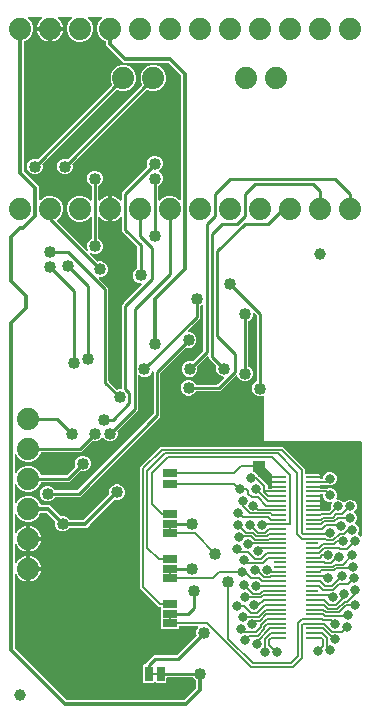
<source format=gbr>
G04 EAGLE Gerber RS-274X export*
G75*
%MOMM*%
%FSLAX34Y34*%
%LPD*%
%INBottom Copper*%
%IPPOS*%
%AMOC8*
5,1,8,0,0,1.08239X$1,22.5*%
G01*
%ADD10R,1.140000X0.200000*%
%ADD11C,1.000000*%
%ADD12C,1.879600*%
%ADD13R,1.270000X0.635000*%
%ADD14C,0.203200*%
%ADD15R,0.635000X1.270000*%
%ADD16C,0.838200*%
%ADD17C,1.016000*%
%ADD18C,0.152400*%
%ADD19C,0.254000*%
%ADD20C,0.355600*%

G36*
X151985Y41406D02*
X151985Y41406D01*
X152006Y41404D01*
X152116Y41426D01*
X152227Y41443D01*
X152246Y41452D01*
X152266Y41456D01*
X152305Y41480D01*
X152466Y41558D01*
X152549Y41635D01*
X152592Y41663D01*
X161537Y50608D01*
X161550Y50625D01*
X161566Y50638D01*
X161628Y50732D01*
X161695Y50822D01*
X161702Y50842D01*
X161713Y50859D01*
X161723Y50904D01*
X161782Y51073D01*
X161786Y51186D01*
X161797Y51236D01*
X161797Y57126D01*
X161788Y57187D01*
X161789Y57249D01*
X161768Y57318D01*
X161757Y57388D01*
X161730Y57444D01*
X161713Y57504D01*
X161673Y57563D01*
X161642Y57628D01*
X161599Y57673D01*
X161565Y57725D01*
X161525Y57752D01*
X161460Y57822D01*
X161407Y57853D01*
X159501Y59759D01*
X159336Y60157D01*
X159304Y60210D01*
X159281Y60268D01*
X159235Y60323D01*
X159199Y60385D01*
X159152Y60426D01*
X159113Y60474D01*
X159053Y60514D01*
X159000Y60561D01*
X158944Y60587D01*
X158892Y60621D01*
X158845Y60632D01*
X158758Y60671D01*
X158546Y60698D01*
X158515Y60705D01*
X137668Y60705D01*
X137566Y60690D01*
X137464Y60682D01*
X137436Y60670D01*
X137405Y60665D01*
X137313Y60621D01*
X137217Y60583D01*
X137194Y60563D01*
X137166Y60550D01*
X137091Y60480D01*
X137011Y60415D01*
X136994Y60389D01*
X136972Y60368D01*
X136921Y60279D01*
X136864Y60194D01*
X136858Y60170D01*
X136840Y60138D01*
X136782Y59878D01*
X136785Y59840D01*
X136780Y59817D01*
X136780Y56518D01*
X135887Y55625D01*
X128273Y55625D01*
X127628Y56271D01*
X127545Y56332D01*
X127467Y56398D01*
X127439Y56410D01*
X127414Y56428D01*
X127317Y56462D01*
X127223Y56502D01*
X127192Y56506D01*
X127163Y56516D01*
X127060Y56519D01*
X126958Y56530D01*
X126928Y56524D01*
X126897Y56525D01*
X126798Y56498D01*
X126698Y56478D01*
X126677Y56465D01*
X126641Y56455D01*
X126477Y56351D01*
X126470Y56347D01*
X126466Y56344D01*
X126417Y56312D01*
X126392Y56283D01*
X126372Y56271D01*
X125727Y55625D01*
X118113Y55625D01*
X117220Y56518D01*
X117220Y70482D01*
X118113Y71375D01*
X118237Y71375D01*
X118339Y71390D01*
X118441Y71398D01*
X118469Y71410D01*
X118500Y71415D01*
X118592Y71459D01*
X118688Y71497D01*
X118711Y71517D01*
X118739Y71530D01*
X118814Y71600D01*
X118894Y71665D01*
X118911Y71691D01*
X118933Y71712D01*
X118984Y71801D01*
X119041Y71886D01*
X119047Y71910D01*
X119065Y71942D01*
X119123Y72202D01*
X119120Y72240D01*
X119125Y72263D01*
X119125Y72278D01*
X125842Y78995D01*
X145286Y78995D01*
X145307Y78998D01*
X145328Y78996D01*
X145438Y79018D01*
X145549Y79035D01*
X145568Y79044D01*
X145589Y79048D01*
X145627Y79072D01*
X145789Y79150D01*
X145871Y79227D01*
X145915Y79255D01*
X162024Y95364D01*
X162060Y95414D01*
X162105Y95457D01*
X162139Y95520D01*
X162181Y95578D01*
X162202Y95637D01*
X162231Y95691D01*
X162245Y95761D01*
X162269Y95829D01*
X162271Y95891D01*
X162283Y95952D01*
X162275Y95999D01*
X162278Y96095D01*
X162222Y96301D01*
X162216Y96332D01*
X162051Y96730D01*
X162051Y99358D01*
X163057Y101785D01*
X163640Y102369D01*
X163671Y102410D01*
X163709Y102446D01*
X163750Y102517D01*
X163798Y102583D01*
X163815Y102632D01*
X163841Y102676D01*
X163859Y102756D01*
X163886Y102834D01*
X163887Y102886D01*
X163899Y102936D01*
X163892Y103018D01*
X163895Y103100D01*
X163881Y103149D01*
X163877Y103201D01*
X163846Y103277D01*
X163825Y103356D01*
X163797Y103400D01*
X163778Y103448D01*
X163726Y103511D01*
X163682Y103580D01*
X163643Y103614D01*
X163610Y103654D01*
X163542Y103699D01*
X163480Y103752D01*
X163432Y103773D01*
X163389Y103801D01*
X163339Y103813D01*
X163235Y103857D01*
X163057Y103875D01*
X163012Y103885D01*
X148463Y103885D01*
X148361Y103870D01*
X148259Y103862D01*
X148231Y103850D01*
X148200Y103845D01*
X148108Y103801D01*
X148012Y103763D01*
X147989Y103743D01*
X147961Y103730D01*
X147886Y103660D01*
X147806Y103595D01*
X147789Y103569D01*
X147767Y103548D01*
X147716Y103459D01*
X147659Y103374D01*
X147653Y103350D01*
X147635Y103318D01*
X147577Y103058D01*
X147580Y103020D01*
X147575Y102997D01*
X147575Y102365D01*
X146682Y101472D01*
X132718Y101472D01*
X131825Y102365D01*
X131825Y119253D01*
X131810Y119355D01*
X131802Y119457D01*
X131790Y119485D01*
X131785Y119516D01*
X131741Y119608D01*
X131703Y119704D01*
X131683Y119727D01*
X131670Y119755D01*
X131600Y119830D01*
X131535Y119910D01*
X131509Y119927D01*
X131488Y119949D01*
X131399Y120000D01*
X131314Y120057D01*
X131290Y120063D01*
X131258Y120081D01*
X130998Y120139D01*
X130960Y120136D01*
X130937Y120141D01*
X130625Y120141D01*
X114553Y136213D01*
X114553Y238437D01*
X131641Y255525D01*
X235389Y255525D01*
X253747Y237167D01*
X253747Y233826D01*
X253762Y233725D01*
X253770Y233623D01*
X253782Y233594D01*
X253787Y233564D01*
X253831Y233471D01*
X253869Y233376D01*
X253889Y233352D01*
X253902Y233324D01*
X253972Y233249D01*
X254037Y233170D01*
X254063Y233152D01*
X254084Y233130D01*
X254173Y233079D01*
X254258Y233022D01*
X254282Y233017D01*
X254314Y232998D01*
X254574Y232940D01*
X254612Y232943D01*
X254635Y232938D01*
X265999Y232938D01*
X266966Y231971D01*
X266966Y230560D01*
X266962Y230554D01*
X266918Y230533D01*
X266860Y230479D01*
X266823Y230457D01*
X266822Y230457D01*
X266777Y230401D01*
X266723Y230351D01*
X266693Y230298D01*
X266655Y230251D01*
X266628Y230183D01*
X266591Y230120D01*
X266578Y230061D01*
X266555Y230004D01*
X266550Y229932D01*
X266534Y229861D01*
X266539Y229800D01*
X266534Y229739D01*
X266549Y229668D01*
X266555Y229596D01*
X266578Y229539D01*
X266591Y229480D01*
X266627Y229417D01*
X266654Y229349D01*
X266693Y229302D01*
X266723Y229249D01*
X266776Y229199D01*
X266822Y229143D01*
X266825Y229141D01*
X266825Y229098D01*
X266828Y229077D01*
X266826Y229055D01*
X266848Y228946D01*
X266864Y228835D01*
X266874Y228816D01*
X266878Y228795D01*
X266882Y228788D01*
X266883Y228771D01*
X266895Y228743D01*
X266900Y228712D01*
X266944Y228620D01*
X266982Y228524D01*
X267002Y228501D01*
X267015Y228473D01*
X267085Y228398D01*
X267150Y228318D01*
X267176Y228301D01*
X267197Y228279D01*
X267286Y228228D01*
X267371Y228171D01*
X267395Y228165D01*
X267427Y228147D01*
X267687Y228089D01*
X267725Y228092D01*
X267748Y228087D01*
X268486Y228087D01*
X268588Y228102D01*
X268690Y228110D01*
X268718Y228122D01*
X268749Y228127D01*
X268841Y228171D01*
X268937Y228209D01*
X268960Y228229D01*
X268988Y228242D01*
X269063Y228312D01*
X269143Y228377D01*
X269160Y228403D01*
X269182Y228424D01*
X269233Y228513D01*
X269290Y228598D01*
X269296Y228622D01*
X269314Y228654D01*
X269372Y228914D01*
X269369Y228952D01*
X269374Y228975D01*
X269374Y229737D01*
X270244Y231838D01*
X271852Y233446D01*
X273953Y234316D01*
X276227Y234316D01*
X278328Y233446D01*
X279936Y231838D01*
X280806Y229737D01*
X280806Y227463D01*
X279936Y225362D01*
X278328Y223754D01*
X276227Y222884D01*
X273953Y222884D01*
X272598Y223446D01*
X272340Y223509D01*
X272288Y223506D01*
X272258Y223513D01*
X267748Y223513D01*
X267646Y223498D01*
X267544Y223490D01*
X267516Y223478D01*
X267485Y223473D01*
X267393Y223429D01*
X267297Y223391D01*
X267274Y223371D01*
X267246Y223358D01*
X267171Y223288D01*
X267091Y223223D01*
X267074Y223197D01*
X267052Y223176D01*
X267001Y223087D01*
X266944Y223002D01*
X266938Y222978D01*
X266920Y222946D01*
X266888Y222805D01*
X266840Y222666D01*
X266840Y222663D01*
X266748Y222649D01*
X266737Y222644D01*
X266726Y222642D01*
X266718Y222637D01*
X266708Y222635D01*
X266683Y222619D01*
X266620Y222587D01*
X266508Y222533D01*
X266500Y222525D01*
X266490Y222520D01*
X266423Y222454D01*
X266383Y222428D01*
X266382Y222428D01*
X266352Y222387D01*
X266314Y222351D01*
X266309Y222342D01*
X266300Y222334D01*
X266267Y222271D01*
X266225Y222214D01*
X266208Y222165D01*
X266182Y222121D01*
X266180Y222110D01*
X266174Y222100D01*
X266161Y222030D01*
X266137Y221963D01*
X266136Y221911D01*
X266124Y221861D01*
X266125Y221850D01*
X266123Y221839D01*
X266131Y221768D01*
X266128Y221697D01*
X266142Y221647D01*
X266146Y221596D01*
X266150Y221586D01*
X266151Y221575D01*
X266167Y221545D01*
X266176Y221521D01*
X266198Y221441D01*
X266226Y221397D01*
X266245Y221349D01*
X266297Y221286D01*
X266315Y221258D01*
X266328Y221231D01*
X266335Y221225D01*
X266341Y221217D01*
X266380Y221183D01*
X266413Y221143D01*
X266473Y221103D01*
X266527Y221055D01*
X266536Y221051D01*
X266543Y221045D01*
X266590Y221024D01*
X266634Y220995D01*
X266681Y220985D01*
X266769Y220945D01*
X266779Y220944D01*
X266788Y220940D01*
X266849Y220934D01*
X266864Y220835D01*
X266874Y220816D01*
X266878Y220795D01*
X266882Y220788D01*
X266883Y220771D01*
X266895Y220743D01*
X266900Y220712D01*
X266944Y220620D01*
X266982Y220524D01*
X267002Y220501D01*
X267015Y220473D01*
X267085Y220398D01*
X267150Y220318D01*
X267176Y220301D01*
X267197Y220279D01*
X267286Y220228D01*
X267371Y220171D01*
X267395Y220165D01*
X267427Y220147D01*
X267687Y220089D01*
X267725Y220092D01*
X267748Y220087D01*
X273151Y220087D01*
X273414Y220127D01*
X273460Y220149D01*
X273491Y220154D01*
X273953Y220346D01*
X276227Y220346D01*
X278328Y219476D01*
X279936Y217868D01*
X280806Y215767D01*
X280806Y213493D01*
X280260Y212176D01*
X280258Y212166D01*
X280252Y212157D01*
X280226Y212037D01*
X280196Y211918D01*
X280197Y211907D01*
X280195Y211897D01*
X280205Y211775D01*
X280212Y211653D01*
X280215Y211643D01*
X280216Y211632D01*
X280262Y211518D01*
X280305Y211404D01*
X280311Y211395D01*
X280315Y211385D01*
X280393Y211290D01*
X280468Y211193D01*
X280476Y211187D01*
X280483Y211179D01*
X280585Y211111D01*
X280685Y211041D01*
X280695Y211037D01*
X280704Y211032D01*
X280734Y211025D01*
X280938Y210959D01*
X281034Y210958D01*
X281081Y210948D01*
X283077Y210948D01*
X285178Y210078D01*
X286392Y208863D01*
X286475Y208802D01*
X286553Y208736D01*
X286581Y208724D01*
X286606Y208706D01*
X286703Y208672D01*
X286797Y208632D01*
X286828Y208628D01*
X286857Y208618D01*
X286960Y208615D01*
X287062Y208604D01*
X287092Y208610D01*
X287123Y208609D01*
X287222Y208636D01*
X287322Y208656D01*
X287343Y208669D01*
X287379Y208679D01*
X287603Y208822D01*
X287628Y208851D01*
X287648Y208863D01*
X288862Y210078D01*
X290963Y210948D01*
X293237Y210948D01*
X295338Y210078D01*
X296946Y208470D01*
X297816Y206369D01*
X297816Y204095D01*
X296946Y201994D01*
X295858Y200907D01*
X295797Y200824D01*
X295731Y200746D01*
X295719Y200718D01*
X295701Y200693D01*
X295667Y200596D01*
X295627Y200502D01*
X295623Y200471D01*
X295613Y200442D01*
X295610Y200339D01*
X295599Y200237D01*
X295605Y200207D01*
X295604Y200176D01*
X295631Y200077D01*
X295651Y199977D01*
X295664Y199956D01*
X295674Y199920D01*
X295817Y199696D01*
X295846Y199671D01*
X295858Y199651D01*
X296946Y198564D01*
X297816Y196463D01*
X297816Y194189D01*
X296946Y192088D01*
X296647Y191789D01*
X296640Y191781D01*
X296632Y191774D01*
X296562Y191674D01*
X296489Y191575D01*
X296485Y191565D01*
X296479Y191557D01*
X296442Y191440D01*
X296401Y191324D01*
X296401Y191314D01*
X296398Y191304D01*
X296396Y191181D01*
X296392Y191059D01*
X296395Y191048D01*
X296395Y191038D01*
X296430Y190920D01*
X296462Y190802D01*
X296468Y190793D01*
X296471Y190783D01*
X296539Y190682D01*
X296605Y190578D01*
X296613Y190571D01*
X296619Y190562D01*
X296644Y190544D01*
X296807Y190406D01*
X296895Y190368D01*
X296935Y190341D01*
X297116Y190266D01*
X298724Y188658D01*
X299594Y186557D01*
X299594Y184283D01*
X298689Y182098D01*
X298670Y182073D01*
X298666Y182062D01*
X298660Y182053D01*
X298623Y181937D01*
X298582Y181822D01*
X298582Y181811D01*
X298579Y181800D01*
X298577Y181678D01*
X298573Y181556D01*
X298576Y181546D01*
X298576Y181535D01*
X298611Y181417D01*
X298643Y181299D01*
X298648Y181290D01*
X298652Y181280D01*
X298720Y181178D01*
X298785Y181075D01*
X298793Y181068D01*
X298799Y181059D01*
X298825Y181041D01*
X298988Y180903D01*
X299076Y180865D01*
X299115Y180837D01*
X299656Y180614D01*
X300489Y179780D01*
X300530Y179750D01*
X300566Y179712D01*
X300637Y179671D01*
X300703Y179623D01*
X300752Y179606D01*
X300796Y179580D01*
X300876Y179562D01*
X300954Y179535D01*
X301006Y179533D01*
X301056Y179522D01*
X301138Y179529D01*
X301220Y179526D01*
X301269Y179540D01*
X301321Y179544D01*
X301397Y179574D01*
X301476Y179596D01*
X301520Y179624D01*
X301568Y179643D01*
X301631Y179695D01*
X301700Y179739D01*
X301734Y179778D01*
X301774Y179810D01*
X301819Y179879D01*
X301872Y179941D01*
X301893Y179989D01*
X301921Y180032D01*
X301933Y180082D01*
X301977Y180186D01*
X301995Y180364D01*
X302005Y180408D01*
X302005Y259207D01*
X301990Y259309D01*
X301982Y259411D01*
X301970Y259439D01*
X301965Y259470D01*
X301921Y259562D01*
X301883Y259658D01*
X301863Y259681D01*
X301850Y259709D01*
X301780Y259784D01*
X301715Y259864D01*
X301689Y259881D01*
X301668Y259903D01*
X301579Y259954D01*
X301494Y260011D01*
X301470Y260017D01*
X301438Y260035D01*
X301178Y260093D01*
X301140Y260090D01*
X301117Y260095D01*
X220348Y260095D01*
X219455Y260988D01*
X219455Y297794D01*
X219454Y297805D01*
X219455Y297815D01*
X219434Y297936D01*
X219415Y298057D01*
X219411Y298067D01*
X219409Y298077D01*
X219353Y298186D01*
X219300Y298297D01*
X219293Y298304D01*
X219288Y298314D01*
X219202Y298401D01*
X219118Y298491D01*
X219109Y298496D01*
X219102Y298504D01*
X218994Y298562D01*
X218888Y298623D01*
X218877Y298625D01*
X218868Y298630D01*
X218748Y298654D01*
X218628Y298681D01*
X218618Y298680D01*
X218607Y298682D01*
X218577Y298676D01*
X218363Y298659D01*
X218275Y298623D01*
X218227Y298615D01*
X217214Y298195D01*
X214586Y298195D01*
X212159Y299201D01*
X210301Y301059D01*
X209295Y303486D01*
X209295Y306114D01*
X210301Y308541D01*
X212159Y310399D01*
X212557Y310564D01*
X212610Y310596D01*
X212668Y310619D01*
X212723Y310665D01*
X212785Y310701D01*
X212826Y310748D01*
X212874Y310787D01*
X212914Y310847D01*
X212961Y310900D01*
X212987Y310956D01*
X213021Y311008D01*
X213032Y311055D01*
X213071Y311142D01*
X213097Y311341D01*
X213103Y311370D01*
X213103Y311374D01*
X213105Y311385D01*
X213105Y366774D01*
X213102Y366795D01*
X213104Y366816D01*
X213082Y366926D01*
X213065Y367037D01*
X213056Y367056D01*
X213052Y367077D01*
X213028Y367115D01*
X212950Y367277D01*
X212873Y367359D01*
X212845Y367403D01*
X211321Y368927D01*
X211313Y368932D01*
X211311Y368936D01*
X211292Y368948D01*
X211280Y368957D01*
X211244Y368995D01*
X211173Y369036D01*
X211107Y369084D01*
X211058Y369101D01*
X211014Y369127D01*
X210934Y369145D01*
X210856Y369172D01*
X210804Y369173D01*
X210754Y369185D01*
X210672Y369178D01*
X210590Y369181D01*
X210541Y369167D01*
X210489Y369163D01*
X210413Y369133D01*
X210334Y369111D01*
X210290Y369083D01*
X210242Y369064D01*
X210179Y369012D01*
X210110Y368968D01*
X210076Y368929D01*
X210036Y368896D01*
X209991Y368828D01*
X209938Y368766D01*
X209917Y368718D01*
X209889Y368675D01*
X209877Y368625D01*
X209872Y368612D01*
X209865Y368599D01*
X209863Y368590D01*
X209833Y368521D01*
X209821Y368403D01*
X209807Y368340D01*
X209809Y368316D01*
X209805Y368299D01*
X209805Y366732D01*
X208799Y364305D01*
X206941Y362447D01*
X206543Y362282D01*
X206490Y362250D01*
X206432Y362227D01*
X206377Y362181D01*
X206315Y362145D01*
X206274Y362098D01*
X206226Y362059D01*
X206186Y361999D01*
X206139Y361946D01*
X206113Y361890D01*
X206079Y361838D01*
X206068Y361791D01*
X206029Y361704D01*
X206002Y361492D01*
X205995Y361461D01*
X205995Y324085D01*
X206004Y324024D01*
X206003Y323962D01*
X206024Y323893D01*
X206035Y323822D01*
X206062Y323766D01*
X206079Y323707D01*
X206119Y323647D01*
X206150Y323583D01*
X206193Y323537D01*
X206227Y323486D01*
X206266Y323458D01*
X206332Y323388D01*
X206518Y323282D01*
X206543Y323264D01*
X206941Y323099D01*
X208799Y321241D01*
X209805Y318814D01*
X209805Y316186D01*
X208799Y313759D01*
X206941Y311901D01*
X204514Y310895D01*
X201886Y310895D01*
X199459Y311901D01*
X197601Y313759D01*
X196835Y315606D01*
X196830Y315615D01*
X196827Y315625D01*
X196761Y315729D01*
X196698Y315834D01*
X196690Y315841D01*
X196685Y315850D01*
X196591Y315929D01*
X196500Y316011D01*
X196490Y316015D01*
X196482Y316022D01*
X196369Y316070D01*
X196258Y316121D01*
X196247Y316122D01*
X196238Y316126D01*
X196115Y316139D01*
X195994Y316154D01*
X195984Y316153D01*
X195973Y316154D01*
X195852Y316129D01*
X195732Y316108D01*
X195723Y316104D01*
X195713Y316102D01*
X195686Y316085D01*
X195496Y315987D01*
X195427Y315920D01*
X195387Y315894D01*
X182198Y302705D01*
X162095Y302705D01*
X162034Y302696D01*
X161972Y302697D01*
X161903Y302676D01*
X161832Y302665D01*
X161776Y302638D01*
X161717Y302621D01*
X161657Y302581D01*
X161593Y302550D01*
X161547Y302507D01*
X161496Y302473D01*
X161468Y302434D01*
X161398Y302368D01*
X161292Y302182D01*
X161274Y302157D01*
X161109Y301759D01*
X159251Y299901D01*
X156824Y298895D01*
X154196Y298895D01*
X151769Y299901D01*
X149911Y301759D01*
X148905Y304186D01*
X148905Y306814D01*
X149911Y309241D01*
X151769Y311099D01*
X154196Y312105D01*
X156824Y312105D01*
X159251Y311099D01*
X161109Y309241D01*
X161274Y308843D01*
X161306Y308790D01*
X161329Y308732D01*
X161375Y308677D01*
X161411Y308615D01*
X161458Y308574D01*
X161497Y308526D01*
X161557Y308486D01*
X161610Y308439D01*
X161666Y308413D01*
X161718Y308379D01*
X161765Y308368D01*
X161852Y308329D01*
X162064Y308302D01*
X162095Y308295D01*
X179514Y308295D01*
X179535Y308298D01*
X179556Y308296D01*
X179666Y308318D01*
X179777Y308335D01*
X179796Y308344D01*
X179817Y308348D01*
X179855Y308372D01*
X180017Y308450D01*
X180099Y308527D01*
X180143Y308555D01*
X185285Y313697D01*
X185315Y313738D01*
X185353Y313774D01*
X185394Y313845D01*
X185442Y313911D01*
X185459Y313960D01*
X185485Y314004D01*
X185503Y314084D01*
X185530Y314162D01*
X185531Y314214D01*
X185543Y314264D01*
X185536Y314346D01*
X185539Y314428D01*
X185525Y314477D01*
X185521Y314529D01*
X185491Y314605D01*
X185469Y314684D01*
X185441Y314728D01*
X185422Y314776D01*
X185370Y314839D01*
X185326Y314908D01*
X185287Y314942D01*
X185254Y314982D01*
X185186Y315027D01*
X185124Y315080D01*
X185076Y315101D01*
X185033Y315129D01*
X184983Y315141D01*
X184879Y315185D01*
X184701Y315203D01*
X184657Y315213D01*
X184106Y315213D01*
X181679Y316219D01*
X179821Y318077D01*
X178815Y320504D01*
X178815Y323132D01*
X178980Y323530D01*
X178982Y323538D01*
X178986Y323546D01*
X178998Y323596D01*
X179019Y323647D01*
X179027Y323718D01*
X179044Y323788D01*
X179043Y323801D01*
X179044Y323805D01*
X179041Y323851D01*
X179047Y323912D01*
X179033Y323982D01*
X179029Y324053D01*
X179023Y324069D01*
X179023Y324070D01*
X179020Y324078D01*
X179007Y324111D01*
X178995Y324172D01*
X178969Y324213D01*
X178936Y324302D01*
X178804Y324472D01*
X178788Y324498D01*
X174363Y328923D01*
X172465Y330820D01*
X172465Y331469D01*
X172458Y331519D01*
X172459Y331571D01*
X172438Y331650D01*
X172425Y331731D01*
X172403Y331778D01*
X172389Y331828D01*
X172345Y331897D01*
X172310Y331971D01*
X172275Y332008D01*
X172247Y332052D01*
X172184Y332105D01*
X172128Y332165D01*
X172084Y332191D01*
X172044Y332224D01*
X171969Y332256D01*
X171898Y332297D01*
X171847Y332308D01*
X171800Y332328D01*
X171718Y332337D01*
X171638Y332355D01*
X171587Y332350D01*
X171535Y332356D01*
X171455Y332340D01*
X171373Y332333D01*
X171325Y332314D01*
X171275Y332304D01*
X171231Y332276D01*
X171126Y332234D01*
X170987Y332121D01*
X170949Y332097D01*
X163032Y324180D01*
X162996Y324130D01*
X162951Y324087D01*
X162917Y324024D01*
X162875Y323966D01*
X162854Y323908D01*
X162825Y323853D01*
X162811Y323783D01*
X162787Y323715D01*
X162785Y323653D01*
X162773Y323592D01*
X162781Y323545D01*
X162778Y323449D01*
X162834Y323243D01*
X162840Y323212D01*
X163005Y322814D01*
X163005Y320186D01*
X161999Y317759D01*
X160141Y315901D01*
X157714Y314895D01*
X155086Y314895D01*
X152659Y315901D01*
X150801Y317759D01*
X149795Y320186D01*
X149795Y322814D01*
X150801Y325241D01*
X152659Y327099D01*
X155086Y328105D01*
X157714Y328105D01*
X158112Y327940D01*
X158172Y327925D01*
X158229Y327901D01*
X158301Y327893D01*
X158370Y327876D01*
X158432Y327880D01*
X158494Y327873D01*
X158564Y327887D01*
X158635Y327891D01*
X158693Y327913D01*
X158754Y327925D01*
X158795Y327951D01*
X158884Y327985D01*
X159054Y328116D01*
X159080Y328132D01*
X167760Y336812D01*
X167773Y336829D01*
X167789Y336843D01*
X167851Y336936D01*
X167918Y337026D01*
X167925Y337046D01*
X167936Y337064D01*
X167946Y337108D01*
X168005Y337277D01*
X168009Y337390D01*
X168020Y337441D01*
X168020Y374975D01*
X168013Y375026D01*
X168014Y375078D01*
X167993Y375157D01*
X167980Y375238D01*
X167958Y375285D01*
X167944Y375334D01*
X167900Y375404D01*
X167865Y375477D01*
X167829Y375515D01*
X167802Y375559D01*
X167739Y375612D01*
X167683Y375672D01*
X167638Y375697D01*
X167599Y375731D01*
X167524Y375763D01*
X167453Y375804D01*
X167402Y375815D01*
X167355Y375835D01*
X167273Y375844D01*
X167193Y375862D01*
X167142Y375857D01*
X167090Y375863D01*
X167010Y375847D01*
X166928Y375840D01*
X166880Y375821D01*
X166830Y375811D01*
X166786Y375783D01*
X166681Y375741D01*
X166542Y375628D01*
X166504Y375603D01*
X166301Y375401D01*
X165903Y375236D01*
X165850Y375204D01*
X165792Y375181D01*
X165737Y375135D01*
X165675Y375099D01*
X165634Y375052D01*
X165586Y375013D01*
X165546Y374953D01*
X165499Y374900D01*
X165473Y374844D01*
X165439Y374792D01*
X165428Y374745D01*
X165389Y374658D01*
X165362Y374446D01*
X165355Y374415D01*
X165355Y364602D01*
X163457Y362705D01*
X154881Y354129D01*
X154851Y354088D01*
X154813Y354052D01*
X154772Y353981D01*
X154724Y353915D01*
X154707Y353866D01*
X154681Y353822D01*
X154663Y353742D01*
X154636Y353664D01*
X154635Y353612D01*
X154623Y353562D01*
X154630Y353480D01*
X154627Y353398D01*
X154641Y353349D01*
X154645Y353297D01*
X154675Y353221D01*
X154697Y353142D01*
X154725Y353098D01*
X154744Y353050D01*
X154796Y352987D01*
X154840Y352918D01*
X154879Y352884D01*
X154912Y352844D01*
X154980Y352799D01*
X155042Y352746D01*
X155090Y352725D01*
X155133Y352697D01*
X155183Y352685D01*
X155287Y352641D01*
X155465Y352623D01*
X155509Y352613D01*
X156822Y352613D01*
X159249Y351607D01*
X161107Y349749D01*
X162113Y347322D01*
X162113Y344694D01*
X161107Y342267D01*
X159249Y340409D01*
X156822Y339403D01*
X154194Y339403D01*
X153796Y339568D01*
X153736Y339583D01*
X153679Y339607D01*
X153607Y339615D01*
X153538Y339632D01*
X153476Y339628D01*
X153414Y339635D01*
X153344Y339621D01*
X153273Y339617D01*
X153215Y339595D01*
X153154Y339583D01*
X153113Y339557D01*
X153024Y339523D01*
X152854Y339392D01*
X152828Y339376D01*
X131833Y318381D01*
X131820Y318364D01*
X131804Y318350D01*
X131742Y318257D01*
X131675Y318167D01*
X131668Y318147D01*
X131657Y318129D01*
X131647Y318085D01*
X131588Y317916D01*
X131584Y317803D01*
X131573Y317752D01*
X131573Y281036D01*
X63642Y213105D01*
X42780Y213105D01*
X42719Y213096D01*
X42657Y213097D01*
X42588Y213076D01*
X42517Y213065D01*
X42461Y213038D01*
X42402Y213021D01*
X42342Y212981D01*
X42278Y212950D01*
X42232Y212907D01*
X42181Y212873D01*
X42153Y212834D01*
X42083Y212768D01*
X41977Y212582D01*
X41959Y212557D01*
X41794Y212159D01*
X39936Y210301D01*
X37509Y209295D01*
X34881Y209295D01*
X32454Y210301D01*
X30596Y212159D01*
X29590Y214586D01*
X29590Y217214D01*
X30596Y219641D01*
X32454Y221499D01*
X34881Y222505D01*
X37509Y222505D01*
X39936Y221499D01*
X41794Y219641D01*
X41959Y219243D01*
X41991Y219190D01*
X42014Y219132D01*
X42060Y219077D01*
X42096Y219015D01*
X42143Y218974D01*
X42182Y218926D01*
X42242Y218886D01*
X42295Y218839D01*
X42351Y218813D01*
X42403Y218779D01*
X42450Y218768D01*
X42537Y218729D01*
X42749Y218702D01*
X42780Y218695D01*
X60958Y218695D01*
X60979Y218698D01*
X61000Y218696D01*
X61110Y218718D01*
X61221Y218735D01*
X61240Y218744D01*
X61261Y218748D01*
X61299Y218772D01*
X61461Y218850D01*
X61543Y218927D01*
X61587Y218955D01*
X125723Y283091D01*
X125736Y283108D01*
X125752Y283122D01*
X125814Y283215D01*
X125881Y283305D01*
X125888Y283325D01*
X125899Y283343D01*
X125909Y283387D01*
X125968Y283556D01*
X125972Y283669D01*
X125983Y283720D01*
X125983Y318593D01*
X125969Y318685D01*
X125964Y318777D01*
X125950Y318815D01*
X125943Y318856D01*
X125903Y318939D01*
X125871Y319026D01*
X125846Y319058D01*
X125828Y319095D01*
X125765Y319163D01*
X125708Y319236D01*
X125675Y319260D01*
X125646Y319290D01*
X125566Y319336D01*
X125491Y319389D01*
X125451Y319401D01*
X125416Y319422D01*
X125326Y319442D01*
X125238Y319470D01*
X125196Y319470D01*
X125156Y319479D01*
X125064Y319472D01*
X124972Y319473D01*
X124932Y319461D01*
X124891Y319458D01*
X124806Y319423D01*
X124717Y319397D01*
X124683Y319374D01*
X124644Y319359D01*
X124573Y319301D01*
X124496Y319249D01*
X124478Y319224D01*
X124438Y319191D01*
X124291Y318970D01*
X124286Y318950D01*
X124274Y318933D01*
X123709Y317569D01*
X121851Y315711D01*
X119424Y314705D01*
X116796Y314705D01*
X114369Y315711D01*
X114039Y316040D01*
X113998Y316071D01*
X113962Y316109D01*
X113891Y316150D01*
X113825Y316198D01*
X113776Y316215D01*
X113732Y316241D01*
X113652Y316259D01*
X113574Y316286D01*
X113522Y316287D01*
X113472Y316299D01*
X113390Y316292D01*
X113308Y316295D01*
X113259Y316281D01*
X113207Y316277D01*
X113131Y316246D01*
X113052Y316225D01*
X113008Y316197D01*
X112960Y316178D01*
X112897Y316126D01*
X112828Y316082D01*
X112794Y316043D01*
X112754Y316010D01*
X112709Y315942D01*
X112656Y315880D01*
X112635Y315832D01*
X112607Y315789D01*
X112595Y315739D01*
X112551Y315635D01*
X112533Y315457D01*
X112523Y315412D01*
X112523Y286370D01*
X95532Y269380D01*
X95508Y269348D01*
X95507Y269346D01*
X95505Y269343D01*
X95496Y269330D01*
X95451Y269287D01*
X95417Y269224D01*
X95375Y269166D01*
X95354Y269107D01*
X95325Y269053D01*
X95311Y268983D01*
X95287Y268915D01*
X95285Y268853D01*
X95273Y268792D01*
X95281Y268745D01*
X95278Y268649D01*
X95334Y268443D01*
X95340Y268412D01*
X95505Y268014D01*
X95505Y265386D01*
X94499Y262959D01*
X92641Y261101D01*
X90214Y260095D01*
X87586Y260095D01*
X85159Y261101D01*
X83178Y263081D01*
X83095Y263142D01*
X83017Y263209D01*
X82989Y263221D01*
X82964Y263239D01*
X82867Y263273D01*
X82773Y263313D01*
X82742Y263316D01*
X82713Y263326D01*
X82611Y263330D01*
X82508Y263341D01*
X82478Y263335D01*
X82447Y263336D01*
X82348Y263309D01*
X82248Y263289D01*
X82228Y263276D01*
X82191Y263266D01*
X81967Y263123D01*
X81942Y263094D01*
X81922Y263081D01*
X79941Y261101D01*
X77514Y260095D01*
X74886Y260095D01*
X74488Y260260D01*
X74428Y260275D01*
X74371Y260299D01*
X74299Y260307D01*
X74230Y260324D01*
X74168Y260320D01*
X74106Y260327D01*
X74036Y260313D01*
X73965Y260309D01*
X73907Y260287D01*
X73846Y260275D01*
X73805Y260249D01*
X73716Y260215D01*
X73546Y260084D01*
X73520Y260068D01*
X64658Y251205D01*
X30944Y251205D01*
X30882Y251196D01*
X30820Y251197D01*
X30752Y251176D01*
X30681Y251165D01*
X30625Y251138D01*
X30566Y251121D01*
X30506Y251081D01*
X30441Y251050D01*
X30396Y251007D01*
X30345Y250973D01*
X30317Y250934D01*
X30247Y250868D01*
X30141Y250682D01*
X30123Y250657D01*
X28945Y247813D01*
X25872Y244740D01*
X21858Y243077D01*
X17512Y243077D01*
X13498Y244740D01*
X10425Y247813D01*
X10092Y248618D01*
X10044Y248697D01*
X10004Y248780D01*
X9976Y248810D01*
X9954Y248846D01*
X9885Y248907D01*
X9822Y248975D01*
X9787Y248995D01*
X9756Y249022D01*
X9672Y249061D01*
X9592Y249107D01*
X9551Y249115D01*
X9514Y249133D01*
X9422Y249144D01*
X9332Y249164D01*
X9291Y249161D01*
X9250Y249166D01*
X9159Y249150D01*
X9067Y249143D01*
X9029Y249127D01*
X8988Y249120D01*
X8906Y249078D01*
X8820Y249044D01*
X8788Y249018D01*
X8752Y248999D01*
X8686Y248934D01*
X8614Y248876D01*
X8591Y248842D01*
X8562Y248813D01*
X8518Y248732D01*
X8467Y248655D01*
X8460Y248625D01*
X8435Y248579D01*
X8384Y248318D01*
X8387Y248298D01*
X8383Y248278D01*
X8383Y234322D01*
X8397Y234231D01*
X8402Y234138D01*
X8416Y234100D01*
X8423Y234059D01*
X8463Y233976D01*
X8495Y233889D01*
X8520Y233857D01*
X8538Y233820D01*
X8601Y233752D01*
X8658Y233679D01*
X8691Y233656D01*
X8720Y233625D01*
X8800Y233580D01*
X8875Y233527D01*
X8915Y233514D01*
X8950Y233493D01*
X9040Y233473D01*
X9128Y233445D01*
X9170Y233445D01*
X9210Y233436D01*
X9302Y233443D01*
X9394Y233442D01*
X9434Y233454D01*
X9475Y233457D01*
X9560Y233492D01*
X9649Y233518D01*
X9683Y233541D01*
X9722Y233556D01*
X9793Y233615D01*
X9870Y233666D01*
X9888Y233691D01*
X9928Y233724D01*
X10075Y233945D01*
X10080Y233965D01*
X10092Y233982D01*
X10425Y234787D01*
X13498Y237860D01*
X17512Y239523D01*
X21858Y239523D01*
X25872Y237860D01*
X28945Y234787D01*
X30123Y231943D01*
X30155Y231890D01*
X30178Y231832D01*
X30223Y231777D01*
X30260Y231715D01*
X30307Y231674D01*
X30346Y231626D01*
X30405Y231586D01*
X30459Y231539D01*
X30515Y231513D01*
X30567Y231479D01*
X30614Y231468D01*
X30701Y231429D01*
X30913Y231402D01*
X30944Y231395D01*
X51814Y231395D01*
X51835Y231398D01*
X51856Y231396D01*
X51966Y231418D01*
X52077Y231435D01*
X52096Y231444D01*
X52117Y231448D01*
X52155Y231472D01*
X52317Y231550D01*
X52399Y231627D01*
X52443Y231655D01*
X59408Y238620D01*
X59444Y238670D01*
X59489Y238713D01*
X59523Y238776D01*
X59565Y238834D01*
X59586Y238893D01*
X59615Y238947D01*
X59629Y239017D01*
X59653Y239085D01*
X59655Y239147D01*
X59667Y239208D01*
X59659Y239255D01*
X59662Y239351D01*
X59606Y239557D01*
X59600Y239588D01*
X59435Y239986D01*
X59435Y242614D01*
X60441Y245041D01*
X62299Y246899D01*
X64726Y247905D01*
X67354Y247905D01*
X69781Y246899D01*
X71639Y245041D01*
X72645Y242614D01*
X72645Y239986D01*
X71639Y237559D01*
X69781Y235701D01*
X67354Y234695D01*
X64726Y234695D01*
X64328Y234860D01*
X64268Y234875D01*
X64211Y234899D01*
X64140Y234907D01*
X64070Y234924D01*
X64008Y234920D01*
X63946Y234927D01*
X63876Y234913D01*
X63805Y234909D01*
X63747Y234887D01*
X63686Y234875D01*
X63645Y234849D01*
X63556Y234816D01*
X63386Y234684D01*
X63360Y234668D01*
X54498Y225805D01*
X30944Y225805D01*
X30882Y225796D01*
X30820Y225797D01*
X30752Y225776D01*
X30681Y225765D01*
X30625Y225738D01*
X30566Y225721D01*
X30506Y225681D01*
X30441Y225650D01*
X30396Y225607D01*
X30345Y225573D01*
X30317Y225534D01*
X30247Y225468D01*
X30141Y225282D01*
X30123Y225257D01*
X28945Y222413D01*
X25872Y219340D01*
X21858Y217677D01*
X17512Y217677D01*
X13498Y219340D01*
X10425Y222413D01*
X10092Y223218D01*
X10044Y223297D01*
X10004Y223380D01*
X9976Y223410D01*
X9954Y223446D01*
X9885Y223507D01*
X9822Y223575D01*
X9787Y223595D01*
X9756Y223622D01*
X9672Y223661D01*
X9592Y223707D01*
X9551Y223715D01*
X9514Y223733D01*
X9422Y223744D01*
X9332Y223764D01*
X9291Y223761D01*
X9250Y223766D01*
X9159Y223750D01*
X9067Y223743D01*
X9029Y223727D01*
X8988Y223720D01*
X8906Y223678D01*
X8820Y223644D01*
X8788Y223618D01*
X8752Y223599D01*
X8686Y223534D01*
X8614Y223476D01*
X8591Y223442D01*
X8562Y223413D01*
X8518Y223332D01*
X8467Y223255D01*
X8460Y223225D01*
X8435Y223179D01*
X8384Y222918D01*
X8387Y222898D01*
X8383Y222878D01*
X8383Y208922D01*
X8397Y208831D01*
X8402Y208738D01*
X8416Y208700D01*
X8423Y208659D01*
X8463Y208576D01*
X8495Y208489D01*
X8520Y208457D01*
X8538Y208420D01*
X8601Y208352D01*
X8658Y208279D01*
X8691Y208256D01*
X8720Y208225D01*
X8800Y208180D01*
X8875Y208127D01*
X8915Y208114D01*
X8950Y208093D01*
X9040Y208073D01*
X9128Y208045D01*
X9170Y208045D01*
X9210Y208036D01*
X9302Y208043D01*
X9394Y208042D01*
X9434Y208054D01*
X9475Y208057D01*
X9560Y208092D01*
X9649Y208118D01*
X9683Y208141D01*
X9722Y208156D01*
X9793Y208215D01*
X9870Y208266D01*
X9888Y208291D01*
X9928Y208324D01*
X10075Y208545D01*
X10080Y208565D01*
X10092Y208582D01*
X10425Y209387D01*
X13498Y212460D01*
X17512Y214123D01*
X21858Y214123D01*
X25872Y212460D01*
X28945Y209387D01*
X29913Y207051D01*
X29944Y206998D01*
X29968Y206940D01*
X30013Y206885D01*
X30050Y206823D01*
X30096Y206782D01*
X30135Y206734D01*
X30195Y206694D01*
X30248Y206647D01*
X30305Y206621D01*
X30356Y206587D01*
X30403Y206576D01*
X30490Y206537D01*
X30703Y206510D01*
X30733Y206503D01*
X37563Y206503D01*
X39758Y204308D01*
X46723Y197343D01*
X46773Y197306D01*
X46817Y197261D01*
X46879Y197227D01*
X46937Y197185D01*
X46996Y197165D01*
X47050Y197135D01*
X47120Y197121D01*
X47188Y197098D01*
X47250Y197096D01*
X47311Y197083D01*
X47358Y197092D01*
X47454Y197089D01*
X47513Y197105D01*
X50209Y197105D01*
X52636Y196099D01*
X54542Y194194D01*
X54549Y194185D01*
X54586Y194124D01*
X54632Y194082D01*
X54671Y194034D01*
X54731Y193994D01*
X54784Y193947D01*
X54841Y193921D01*
X54893Y193887D01*
X54940Y193876D01*
X55026Y193837D01*
X55239Y193809D01*
X55269Y193803D01*
X66454Y193803D01*
X66475Y193806D01*
X66496Y193804D01*
X66606Y193826D01*
X66717Y193843D01*
X66736Y193852D01*
X66756Y193856D01*
X66795Y193880D01*
X66956Y193958D01*
X67039Y194035D01*
X67082Y194063D01*
X88017Y214998D01*
X88054Y215048D01*
X88099Y215092D01*
X88133Y215154D01*
X88175Y215212D01*
X88195Y215271D01*
X88225Y215325D01*
X88239Y215395D01*
X88262Y215463D01*
X88264Y215525D01*
X88277Y215586D01*
X88268Y215633D01*
X88271Y215729D01*
X88255Y215788D01*
X88255Y218484D01*
X89261Y220911D01*
X91119Y222769D01*
X93546Y223775D01*
X96174Y223775D01*
X98601Y222769D01*
X100459Y220911D01*
X101465Y218484D01*
X101465Y215856D01*
X100459Y213429D01*
X98601Y211571D01*
X96174Y210565D01*
X93479Y210565D01*
X93468Y210566D01*
X93398Y210584D01*
X93336Y210580D01*
X93274Y210586D01*
X93204Y210572D01*
X93133Y210568D01*
X93075Y210547D01*
X93014Y210534D01*
X92973Y210509D01*
X92884Y210475D01*
X92714Y210344D01*
X92688Y210327D01*
X71753Y189392D01*
X69558Y187197D01*
X55269Y187197D01*
X55208Y187188D01*
X55146Y187189D01*
X55077Y187168D01*
X55007Y187157D01*
X54951Y187130D01*
X54891Y187113D01*
X54832Y187073D01*
X54767Y187042D01*
X54722Y186999D01*
X54670Y186965D01*
X54643Y186925D01*
X54573Y186860D01*
X54542Y186807D01*
X52636Y184901D01*
X50209Y183895D01*
X47581Y183895D01*
X45154Y184901D01*
X43296Y186759D01*
X42290Y189186D01*
X42290Y191881D01*
X42291Y191892D01*
X42309Y191962D01*
X42305Y192024D01*
X42311Y192086D01*
X42297Y192156D01*
X42293Y192227D01*
X42272Y192285D01*
X42259Y192346D01*
X42234Y192387D01*
X42200Y192476D01*
X42069Y192646D01*
X42052Y192672D01*
X35087Y199637D01*
X35070Y199650D01*
X35057Y199666D01*
X34963Y199728D01*
X34873Y199795D01*
X34853Y199802D01*
X34836Y199813D01*
X34791Y199823D01*
X34622Y199882D01*
X34509Y199886D01*
X34459Y199897D01*
X30733Y199897D01*
X30672Y199888D01*
X30610Y199889D01*
X30541Y199868D01*
X30470Y199857D01*
X30415Y199830D01*
X30355Y199813D01*
X30296Y199773D01*
X30231Y199742D01*
X30186Y199699D01*
X30134Y199665D01*
X30107Y199626D01*
X30037Y199560D01*
X29930Y199374D01*
X29913Y199349D01*
X28945Y197013D01*
X25872Y193940D01*
X21858Y192277D01*
X17512Y192277D01*
X13498Y193940D01*
X10425Y197013D01*
X10092Y197818D01*
X10044Y197897D01*
X10004Y197980D01*
X9976Y198010D01*
X9954Y198046D01*
X9885Y198107D01*
X9822Y198175D01*
X9787Y198195D01*
X9756Y198222D01*
X9672Y198261D01*
X9592Y198307D01*
X9551Y198315D01*
X9514Y198333D01*
X9422Y198344D01*
X9332Y198364D01*
X9291Y198361D01*
X9250Y198366D01*
X9159Y198350D01*
X9067Y198343D01*
X9029Y198327D01*
X8988Y198320D01*
X8906Y198278D01*
X8820Y198244D01*
X8788Y198218D01*
X8752Y198199D01*
X8686Y198134D01*
X8614Y198076D01*
X8591Y198042D01*
X8562Y198013D01*
X8518Y197932D01*
X8467Y197855D01*
X8460Y197825D01*
X8435Y197779D01*
X8384Y197518D01*
X8387Y197498D01*
X8383Y197478D01*
X8383Y183377D01*
X8391Y183320D01*
X8390Y183262D01*
X8411Y183189D01*
X8423Y183114D01*
X8448Y183063D01*
X8464Y183007D01*
X8505Y182943D01*
X8538Y182875D01*
X8578Y182833D01*
X8609Y182785D01*
X8668Y182736D01*
X8720Y182681D01*
X8770Y182652D01*
X8814Y182615D01*
X8885Y182586D01*
X8950Y182549D01*
X9007Y182536D01*
X9060Y182514D01*
X9136Y182508D01*
X9210Y182491D01*
X9267Y182496D01*
X9325Y182491D01*
X9399Y182507D01*
X9475Y182513D01*
X9528Y182534D01*
X9585Y182546D01*
X9651Y182583D01*
X9722Y182612D01*
X9766Y182648D01*
X9817Y182676D01*
X9848Y182715D01*
X9928Y182779D01*
X10038Y182945D01*
X10062Y182974D01*
X10343Y183525D01*
X11354Y184916D01*
X12569Y186131D01*
X13960Y187142D01*
X15492Y187922D01*
X17127Y188454D01*
X17908Y188577D01*
X17908Y178689D01*
X17923Y178588D01*
X17931Y178485D01*
X17943Y178457D01*
X17948Y178426D01*
X17992Y178334D01*
X18030Y178239D01*
X18050Y178215D01*
X18063Y178187D01*
X18133Y178112D01*
X18198Y178032D01*
X18224Y178015D01*
X18245Y177993D01*
X18334Y177942D01*
X18419Y177885D01*
X18443Y177880D01*
X18475Y177861D01*
X18735Y177803D01*
X18773Y177806D01*
X18796Y177801D01*
X19686Y177801D01*
X19686Y177799D01*
X18796Y177799D01*
X18694Y177784D01*
X18592Y177775D01*
X18564Y177764D01*
X18533Y177759D01*
X18441Y177715D01*
X18345Y177676D01*
X18322Y177657D01*
X18294Y177644D01*
X18219Y177574D01*
X18139Y177509D01*
X18122Y177483D01*
X18100Y177462D01*
X18049Y177373D01*
X17992Y177288D01*
X17986Y177264D01*
X17968Y177231D01*
X17910Y176972D01*
X17913Y176934D01*
X17908Y176911D01*
X17908Y167023D01*
X17127Y167146D01*
X15492Y167678D01*
X13960Y168458D01*
X12569Y169469D01*
X11354Y170684D01*
X10343Y172075D01*
X10062Y172626D01*
X10029Y172673D01*
X10004Y172725D01*
X9952Y172781D01*
X9908Y172842D01*
X9862Y172877D01*
X9822Y172919D01*
X9756Y172957D01*
X9696Y173003D01*
X9642Y173023D01*
X9592Y173051D01*
X9517Y173068D01*
X9446Y173094D01*
X9389Y173096D01*
X9332Y173109D01*
X9256Y173103D01*
X9181Y173106D01*
X9125Y173092D01*
X9067Y173087D01*
X8997Y173059D01*
X8923Y173040D01*
X8874Y173010D01*
X8820Y172988D01*
X8761Y172940D01*
X8697Y172901D01*
X8659Y172857D01*
X8614Y172821D01*
X8572Y172757D01*
X8522Y172700D01*
X8499Y172648D01*
X8467Y172600D01*
X8456Y172551D01*
X8414Y172457D01*
X8391Y172260D01*
X8383Y172223D01*
X8383Y157977D01*
X8391Y157920D01*
X8390Y157863D01*
X8411Y157789D01*
X8423Y157714D01*
X8448Y157663D01*
X8464Y157607D01*
X8505Y157544D01*
X8538Y157475D01*
X8578Y157433D01*
X8609Y157385D01*
X8668Y157336D01*
X8720Y157281D01*
X8770Y157252D01*
X8814Y157215D01*
X8884Y157187D01*
X8950Y157149D01*
X9007Y157136D01*
X9060Y157114D01*
X9136Y157108D01*
X9210Y157091D01*
X9267Y157096D01*
X9325Y157091D01*
X9399Y157107D01*
X9475Y157113D01*
X9528Y157134D01*
X9585Y157146D01*
X9651Y157183D01*
X9722Y157212D01*
X9766Y157248D01*
X9817Y157276D01*
X9848Y157315D01*
X9928Y157379D01*
X10038Y157544D01*
X10062Y157574D01*
X10343Y158125D01*
X11354Y159516D01*
X12569Y160731D01*
X13960Y161742D01*
X15492Y162522D01*
X17127Y163054D01*
X17908Y163177D01*
X17908Y153289D01*
X17923Y153188D01*
X17931Y153085D01*
X17943Y153057D01*
X17948Y153026D01*
X17992Y152934D01*
X18030Y152839D01*
X18050Y152815D01*
X18063Y152787D01*
X18133Y152712D01*
X18198Y152632D01*
X18224Y152615D01*
X18245Y152593D01*
X18334Y152542D01*
X18419Y152485D01*
X18443Y152480D01*
X18475Y152461D01*
X18735Y152403D01*
X18773Y152406D01*
X18796Y152401D01*
X19686Y152401D01*
X19686Y152399D01*
X18796Y152399D01*
X18694Y152384D01*
X18592Y152375D01*
X18564Y152364D01*
X18533Y152359D01*
X18441Y152315D01*
X18345Y152276D01*
X18322Y152257D01*
X18294Y152244D01*
X18219Y152174D01*
X18139Y152109D01*
X18122Y152083D01*
X18100Y152062D01*
X18049Y151973D01*
X17992Y151888D01*
X17986Y151864D01*
X17968Y151831D01*
X17910Y151572D01*
X17913Y151534D01*
X17908Y151511D01*
X17908Y141623D01*
X17127Y141746D01*
X15492Y142278D01*
X13960Y143058D01*
X12569Y144069D01*
X11354Y145284D01*
X10343Y146675D01*
X10062Y147226D01*
X10029Y147273D01*
X10004Y147325D01*
X9952Y147380D01*
X9908Y147442D01*
X9862Y147477D01*
X9822Y147519D01*
X9756Y147557D01*
X9696Y147603D01*
X9642Y147622D01*
X9592Y147651D01*
X9517Y147668D01*
X9446Y147694D01*
X9389Y147696D01*
X9332Y147709D01*
X9256Y147703D01*
X9181Y147706D01*
X9125Y147692D01*
X9067Y147687D01*
X8997Y147659D01*
X8923Y147640D01*
X8874Y147610D01*
X8820Y147588D01*
X8761Y147540D01*
X8697Y147501D01*
X8659Y147457D01*
X8614Y147421D01*
X8572Y147357D01*
X8522Y147300D01*
X8499Y147248D01*
X8467Y147200D01*
X8456Y147151D01*
X8414Y147057D01*
X8391Y146860D01*
X8383Y146823D01*
X8383Y85556D01*
X8386Y85535D01*
X8384Y85514D01*
X8406Y85404D01*
X8423Y85293D01*
X8432Y85274D01*
X8436Y85254D01*
X8460Y85215D01*
X8538Y85054D01*
X8615Y84971D01*
X8643Y84928D01*
X51908Y41663D01*
X51925Y41650D01*
X51938Y41634D01*
X52032Y41572D01*
X52122Y41505D01*
X52142Y41498D01*
X52159Y41487D01*
X52204Y41477D01*
X52373Y41418D01*
X52486Y41414D01*
X52536Y41403D01*
X151964Y41403D01*
X151985Y41406D01*
G37*
G36*
X69509Y421289D02*
X69509Y421289D01*
X69551Y421288D01*
X69640Y421312D01*
X69731Y421328D01*
X69767Y421347D01*
X69807Y421358D01*
X69885Y421408D01*
X69967Y421450D01*
X69997Y421478D01*
X70032Y421501D01*
X70091Y421571D01*
X70157Y421636D01*
X70177Y421672D01*
X70204Y421703D01*
X70240Y421788D01*
X70284Y421869D01*
X70292Y421910D01*
X70308Y421948D01*
X70318Y422040D01*
X70335Y422130D01*
X70330Y422161D01*
X70335Y422212D01*
X70283Y422473D01*
X70272Y422490D01*
X70269Y422510D01*
X69595Y424136D01*
X69595Y426764D01*
X70601Y429191D01*
X72459Y431049D01*
X72857Y431214D01*
X72910Y431246D01*
X72968Y431269D01*
X73023Y431315D01*
X73085Y431351D01*
X73126Y431398D01*
X73174Y431437D01*
X73214Y431497D01*
X73261Y431550D01*
X73287Y431606D01*
X73321Y431658D01*
X73332Y431705D01*
X73371Y431792D01*
X73398Y432004D01*
X73405Y432035D01*
X73405Y449514D01*
X73398Y449565D01*
X73399Y449616D01*
X73378Y449696D01*
X73365Y449777D01*
X73343Y449823D01*
X73329Y449873D01*
X73285Y449942D01*
X73250Y450016D01*
X73215Y450054D01*
X73187Y450097D01*
X73124Y450150D01*
X73068Y450210D01*
X73024Y450236D01*
X72984Y450269D01*
X72909Y450302D01*
X72838Y450342D01*
X72787Y450353D01*
X72740Y450374D01*
X72658Y450382D01*
X72578Y450400D01*
X72527Y450396D01*
X72475Y450401D01*
X72395Y450385D01*
X72313Y450378D01*
X72265Y450359D01*
X72215Y450349D01*
X72171Y450321D01*
X72066Y450279D01*
X71927Y450166D01*
X71889Y450142D01*
X69687Y447940D01*
X65673Y446277D01*
X61327Y446277D01*
X57313Y447940D01*
X54240Y451013D01*
X52577Y455027D01*
X52577Y459373D01*
X54240Y463387D01*
X57313Y466460D01*
X61327Y468123D01*
X65673Y468123D01*
X69687Y466460D01*
X71889Y464258D01*
X71930Y464227D01*
X71966Y464190D01*
X72037Y464149D01*
X72103Y464100D01*
X72152Y464083D01*
X72196Y464058D01*
X72276Y464040D01*
X72354Y464013D01*
X72406Y464011D01*
X72456Y464000D01*
X72538Y464007D01*
X72620Y464004D01*
X72669Y464017D01*
X72721Y464022D01*
X72797Y464052D01*
X72876Y464074D01*
X72920Y464101D01*
X72968Y464121D01*
X73031Y464172D01*
X73100Y464216D01*
X73134Y464256D01*
X73174Y464288D01*
X73219Y464357D01*
X73272Y464419D01*
X73293Y464466D01*
X73321Y464509D01*
X73333Y464560D01*
X73377Y464663D01*
X73395Y464842D01*
X73405Y464886D01*
X73405Y476015D01*
X73396Y476076D01*
X73397Y476138D01*
X73376Y476207D01*
X73365Y476278D01*
X73338Y476334D01*
X73321Y476393D01*
X73281Y476453D01*
X73250Y476517D01*
X73207Y476563D01*
X73173Y476614D01*
X73134Y476642D01*
X73068Y476712D01*
X72882Y476818D01*
X72857Y476836D01*
X72459Y477001D01*
X70601Y478859D01*
X69595Y481286D01*
X69595Y483914D01*
X70601Y486341D01*
X72459Y488199D01*
X74886Y489205D01*
X77514Y489205D01*
X79941Y488199D01*
X81799Y486341D01*
X82805Y483914D01*
X82805Y481286D01*
X81799Y478859D01*
X79941Y477001D01*
X79543Y476836D01*
X79490Y476804D01*
X79432Y476781D01*
X79377Y476735D01*
X79315Y476699D01*
X79274Y476652D01*
X79226Y476613D01*
X79186Y476553D01*
X79139Y476500D01*
X79113Y476444D01*
X79079Y476392D01*
X79068Y476345D01*
X79029Y476258D01*
X79002Y476046D01*
X78995Y476015D01*
X78995Y464883D01*
X79013Y464763D01*
X79028Y464642D01*
X79033Y464632D01*
X79035Y464620D01*
X79088Y464511D01*
X79138Y464400D01*
X79145Y464391D01*
X79150Y464381D01*
X79234Y464292D01*
X79314Y464201D01*
X79324Y464195D01*
X79332Y464187D01*
X79437Y464126D01*
X79541Y464063D01*
X79553Y464060D01*
X79562Y464055D01*
X79681Y464028D01*
X79799Y463999D01*
X79811Y463999D01*
X79822Y463997D01*
X79943Y464007D01*
X80065Y464014D01*
X80075Y464018D01*
X80087Y464019D01*
X80182Y464057D01*
X80193Y464059D01*
X80203Y464065D01*
X80314Y464106D01*
X80321Y464112D01*
X80334Y464118D01*
X80507Y464258D01*
X80519Y464266D01*
X80531Y464278D01*
X80540Y464285D01*
X80543Y464290D01*
X81784Y465531D01*
X83175Y466542D01*
X84707Y467322D01*
X86342Y467854D01*
X87123Y467977D01*
X87123Y458089D01*
X87138Y457988D01*
X87146Y457885D01*
X87158Y457857D01*
X87163Y457826D01*
X87207Y457734D01*
X87245Y457639D01*
X87265Y457615D01*
X87278Y457587D01*
X87348Y457512D01*
X87413Y457432D01*
X87439Y457415D01*
X87460Y457393D01*
X87549Y457342D01*
X87634Y457285D01*
X87658Y457280D01*
X87690Y457261D01*
X87950Y457203D01*
X87988Y457206D01*
X88011Y457201D01*
X89789Y457201D01*
X89890Y457216D01*
X89993Y457225D01*
X90021Y457236D01*
X90052Y457241D01*
X90144Y457285D01*
X90239Y457324D01*
X90263Y457343D01*
X90291Y457356D01*
X90366Y457426D01*
X90446Y457491D01*
X90463Y457517D01*
X90485Y457538D01*
X90536Y457627D01*
X90593Y457712D01*
X90599Y457736D01*
X90617Y457769D01*
X90675Y458028D01*
X90672Y458066D01*
X90677Y458089D01*
X90677Y467977D01*
X91458Y467854D01*
X93093Y467322D01*
X94625Y466542D01*
X96016Y465531D01*
X97281Y464266D01*
X97315Y464241D01*
X97366Y464187D01*
X97376Y464181D01*
X97384Y464173D01*
X97472Y464125D01*
X97495Y464109D01*
X97514Y464102D01*
X97596Y464055D01*
X97608Y464052D01*
X97618Y464047D01*
X97737Y464024D01*
X97743Y464022D01*
X97746Y464021D01*
X97748Y464021D01*
X97856Y463997D01*
X97867Y463998D01*
X97879Y463996D01*
X97999Y464009D01*
X98121Y464019D01*
X98131Y464023D01*
X98143Y464024D01*
X98255Y464072D01*
X98368Y464118D01*
X98376Y464125D01*
X98387Y464129D01*
X98479Y464208D01*
X98574Y464285D01*
X98580Y464295D01*
X98589Y464302D01*
X98654Y464405D01*
X98721Y464506D01*
X98723Y464515D01*
X98731Y464527D01*
X98800Y464784D01*
X98797Y464847D01*
X98805Y464883D01*
X98805Y471058D01*
X120368Y492620D01*
X120404Y492670D01*
X120449Y492713D01*
X120483Y492776D01*
X120525Y492834D01*
X120546Y492893D01*
X120575Y492947D01*
X120589Y493017D01*
X120613Y493085D01*
X120615Y493147D01*
X120627Y493208D01*
X120619Y493255D01*
X120622Y493351D01*
X120566Y493557D01*
X120560Y493588D01*
X120395Y493986D01*
X120395Y496614D01*
X121401Y499041D01*
X123259Y500899D01*
X125686Y501905D01*
X128314Y501905D01*
X130741Y500899D01*
X132599Y499041D01*
X133605Y496614D01*
X133605Y493986D01*
X132599Y491559D01*
X130619Y489578D01*
X130558Y489495D01*
X130491Y489417D01*
X130479Y489389D01*
X130461Y489364D01*
X130427Y489267D01*
X130387Y489173D01*
X130384Y489142D01*
X130374Y489113D01*
X130370Y489010D01*
X130359Y488908D01*
X130365Y488878D01*
X130364Y488847D01*
X130391Y488748D01*
X130411Y488648D01*
X130424Y488627D01*
X130434Y488591D01*
X130577Y488367D01*
X130606Y488342D01*
X130619Y488322D01*
X132599Y486341D01*
X133605Y483914D01*
X133605Y481286D01*
X132599Y478859D01*
X130741Y477001D01*
X130343Y476836D01*
X130290Y476804D01*
X130232Y476781D01*
X130177Y476735D01*
X130115Y476699D01*
X130074Y476652D01*
X130026Y476613D01*
X129986Y476553D01*
X129939Y476500D01*
X129913Y476444D01*
X129879Y476392D01*
X129868Y476345D01*
X129829Y476258D01*
X129802Y476046D01*
X129795Y476015D01*
X129795Y464886D01*
X129802Y464835D01*
X129801Y464784D01*
X129822Y464704D01*
X129835Y464623D01*
X129857Y464577D01*
X129871Y464527D01*
X129915Y464458D01*
X129950Y464384D01*
X129985Y464346D01*
X130013Y464303D01*
X130076Y464250D01*
X130132Y464190D01*
X130176Y464164D01*
X130216Y464131D01*
X130291Y464098D01*
X130362Y464058D01*
X130413Y464047D01*
X130460Y464026D01*
X130542Y464018D01*
X130622Y464000D01*
X130673Y464004D01*
X130725Y463999D01*
X130805Y464015D01*
X130887Y464022D01*
X130935Y464041D01*
X130985Y464051D01*
X131029Y464079D01*
X131134Y464121D01*
X131273Y464234D01*
X131311Y464258D01*
X133513Y466460D01*
X137527Y468123D01*
X141873Y468123D01*
X145887Y466460D01*
X147581Y464766D01*
X147622Y464735D01*
X147658Y464698D01*
X147729Y464657D01*
X147795Y464608D01*
X147844Y464591D01*
X147888Y464566D01*
X147968Y464548D01*
X148046Y464521D01*
X148098Y464519D01*
X148148Y464508D01*
X148230Y464515D01*
X148312Y464512D01*
X148361Y464525D01*
X148413Y464530D01*
X148489Y464560D01*
X148568Y464582D01*
X148612Y464609D01*
X148660Y464629D01*
X148723Y464680D01*
X148792Y464724D01*
X148826Y464764D01*
X148866Y464796D01*
X148911Y464865D01*
X148964Y464927D01*
X148985Y464974D01*
X149013Y465017D01*
X149025Y465068D01*
X149069Y465171D01*
X149087Y465350D01*
X149097Y465394D01*
X149097Y569764D01*
X149094Y569785D01*
X149096Y569806D01*
X149074Y569916D01*
X149057Y570027D01*
X149048Y570046D01*
X149044Y570066D01*
X149020Y570105D01*
X148942Y570266D01*
X148865Y570349D01*
X148837Y570392D01*
X138592Y580637D01*
X138575Y580650D01*
X138562Y580666D01*
X138468Y580728D01*
X138378Y580795D01*
X138358Y580802D01*
X138341Y580813D01*
X138296Y580823D01*
X138127Y580882D01*
X138014Y580886D01*
X137964Y580897D01*
X100232Y580897D01*
X85597Y595532D01*
X85597Y598552D01*
X85588Y598613D01*
X85589Y598675D01*
X85568Y598744D01*
X85557Y598815D01*
X85530Y598870D01*
X85513Y598930D01*
X85473Y598989D01*
X85442Y599054D01*
X85399Y599099D01*
X85365Y599151D01*
X85326Y599178D01*
X85260Y599248D01*
X85074Y599355D01*
X85049Y599372D01*
X82713Y600340D01*
X79640Y603413D01*
X77977Y607427D01*
X77977Y611773D01*
X79640Y615787D01*
X81842Y617989D01*
X81873Y618030D01*
X81910Y618066D01*
X81951Y618137D01*
X82000Y618203D01*
X82017Y618252D01*
X82042Y618296D01*
X82060Y618376D01*
X82087Y618454D01*
X82089Y618506D01*
X82100Y618556D01*
X82093Y618638D01*
X82096Y618720D01*
X82083Y618769D01*
X82078Y618821D01*
X82048Y618897D01*
X82026Y618976D01*
X81999Y619020D01*
X81979Y619068D01*
X81928Y619131D01*
X81884Y619200D01*
X81844Y619234D01*
X81812Y619274D01*
X81743Y619319D01*
X81681Y619372D01*
X81634Y619393D01*
X81591Y619421D01*
X81540Y619433D01*
X81437Y619477D01*
X81258Y619495D01*
X81214Y619505D01*
X71186Y619505D01*
X71135Y619498D01*
X71084Y619499D01*
X71004Y619478D01*
X70923Y619465D01*
X70877Y619443D01*
X70827Y619429D01*
X70758Y619385D01*
X70684Y619350D01*
X70646Y619315D01*
X70603Y619287D01*
X70550Y619224D01*
X70490Y619168D01*
X70464Y619124D01*
X70431Y619084D01*
X70398Y619009D01*
X70358Y618938D01*
X70347Y618887D01*
X70326Y618840D01*
X70318Y618758D01*
X70300Y618678D01*
X70304Y618627D01*
X70299Y618575D01*
X70315Y618495D01*
X70322Y618413D01*
X70341Y618365D01*
X70351Y618315D01*
X70379Y618271D01*
X70421Y618166D01*
X70534Y618027D01*
X70558Y617989D01*
X72760Y615787D01*
X74423Y611773D01*
X74423Y607427D01*
X72760Y603413D01*
X69687Y600340D01*
X65673Y598677D01*
X61327Y598677D01*
X57313Y600340D01*
X54240Y603413D01*
X52577Y607427D01*
X52577Y611773D01*
X54240Y615787D01*
X56442Y617989D01*
X56473Y618030D01*
X56510Y618066D01*
X56551Y618137D01*
X56600Y618203D01*
X56617Y618252D01*
X56642Y618296D01*
X56660Y618376D01*
X56687Y618454D01*
X56689Y618506D01*
X56700Y618556D01*
X56693Y618638D01*
X56696Y618720D01*
X56683Y618769D01*
X56678Y618821D01*
X56648Y618897D01*
X56626Y618976D01*
X56599Y619020D01*
X56579Y619068D01*
X56528Y619131D01*
X56484Y619200D01*
X56444Y619234D01*
X56412Y619274D01*
X56343Y619319D01*
X56281Y619372D01*
X56234Y619393D01*
X56191Y619421D01*
X56140Y619433D01*
X56037Y619477D01*
X55858Y619495D01*
X55814Y619505D01*
X45783Y619505D01*
X45663Y619487D01*
X45542Y619472D01*
X45532Y619467D01*
X45520Y619465D01*
X45411Y619412D01*
X45300Y619362D01*
X45291Y619355D01*
X45281Y619350D01*
X45192Y619266D01*
X45101Y619186D01*
X45095Y619176D01*
X45087Y619168D01*
X45026Y619063D01*
X44963Y618959D01*
X44960Y618947D01*
X44955Y618938D01*
X44928Y618819D01*
X44899Y618701D01*
X44899Y618689D01*
X44897Y618678D01*
X44907Y618557D01*
X44914Y618435D01*
X44918Y618425D01*
X44919Y618413D01*
X44957Y618318D01*
X44959Y618307D01*
X44965Y618297D01*
X45006Y618186D01*
X45012Y618179D01*
X45018Y618166D01*
X45158Y617993D01*
X45166Y617981D01*
X45178Y617969D01*
X45185Y617960D01*
X45190Y617957D01*
X46431Y616716D01*
X47442Y615325D01*
X48222Y613793D01*
X48754Y612158D01*
X48877Y611377D01*
X38989Y611377D01*
X38888Y611362D01*
X38785Y611353D01*
X38757Y611342D01*
X38726Y611337D01*
X38634Y611293D01*
X38539Y611254D01*
X38515Y611235D01*
X38487Y611222D01*
X38412Y611152D01*
X38332Y611087D01*
X38315Y611061D01*
X38293Y611040D01*
X38242Y610951D01*
X38185Y610866D01*
X38180Y610842D01*
X38161Y610810D01*
X38103Y610550D01*
X38106Y610512D01*
X38101Y610489D01*
X38101Y609599D01*
X38099Y609599D01*
X38099Y610489D01*
X38084Y610590D01*
X38075Y610693D01*
X38064Y610721D01*
X38059Y610752D01*
X38015Y610844D01*
X37976Y610939D01*
X37957Y610963D01*
X37944Y610991D01*
X37874Y611066D01*
X37809Y611146D01*
X37783Y611163D01*
X37762Y611185D01*
X37673Y611236D01*
X37588Y611293D01*
X37564Y611299D01*
X37531Y611317D01*
X37272Y611375D01*
X37234Y611372D01*
X37211Y611377D01*
X27323Y611377D01*
X27446Y612158D01*
X27978Y613793D01*
X28758Y615325D01*
X29769Y616716D01*
X31034Y617981D01*
X31059Y618015D01*
X31113Y618066D01*
X31119Y618076D01*
X31127Y618084D01*
X31175Y618172D01*
X31191Y618195D01*
X31198Y618214D01*
X31245Y618296D01*
X31248Y618308D01*
X31253Y618318D01*
X31276Y618437D01*
X31278Y618443D01*
X31279Y618446D01*
X31279Y618448D01*
X31303Y618556D01*
X31302Y618567D01*
X31304Y618579D01*
X31291Y618699D01*
X31281Y618821D01*
X31277Y618831D01*
X31276Y618843D01*
X31228Y618955D01*
X31182Y619068D01*
X31175Y619076D01*
X31171Y619087D01*
X31092Y619179D01*
X31015Y619274D01*
X31005Y619280D01*
X30998Y619289D01*
X30895Y619354D01*
X30794Y619421D01*
X30785Y619423D01*
X30773Y619431D01*
X30516Y619500D01*
X30453Y619497D01*
X30417Y619505D01*
X20386Y619505D01*
X20335Y619498D01*
X20284Y619499D01*
X20204Y619478D01*
X20123Y619465D01*
X20077Y619443D01*
X20027Y619429D01*
X19958Y619385D01*
X19884Y619350D01*
X19846Y619315D01*
X19803Y619287D01*
X19750Y619224D01*
X19690Y619168D01*
X19664Y619124D01*
X19631Y619084D01*
X19598Y619009D01*
X19558Y618938D01*
X19547Y618887D01*
X19526Y618840D01*
X19518Y618758D01*
X19500Y618678D01*
X19504Y618627D01*
X19499Y618575D01*
X19515Y618495D01*
X19522Y618413D01*
X19541Y618365D01*
X19551Y618315D01*
X19579Y618271D01*
X19621Y618166D01*
X19734Y618027D01*
X19758Y617989D01*
X21960Y615787D01*
X23623Y611773D01*
X23623Y607427D01*
X21960Y603413D01*
X18887Y600340D01*
X16551Y599372D01*
X16498Y599341D01*
X16440Y599317D01*
X16385Y599272D01*
X16323Y599235D01*
X16282Y599189D01*
X16234Y599150D01*
X16194Y599090D01*
X16147Y599037D01*
X16121Y598980D01*
X16087Y598929D01*
X16076Y598882D01*
X16037Y598795D01*
X16010Y598582D01*
X16003Y598552D01*
X16003Y489416D01*
X16006Y489395D01*
X16004Y489374D01*
X16026Y489264D01*
X16043Y489153D01*
X16052Y489134D01*
X16056Y489114D01*
X16080Y489075D01*
X16158Y488914D01*
X16235Y488831D01*
X16263Y488788D01*
X28703Y476348D01*
X28703Y465394D01*
X28710Y465343D01*
X28709Y465292D01*
X28730Y465212D01*
X28743Y465131D01*
X28765Y465085D01*
X28779Y465035D01*
X28823Y464966D01*
X28858Y464892D01*
X28893Y464854D01*
X28921Y464811D01*
X28984Y464758D01*
X29040Y464698D01*
X29084Y464672D01*
X29124Y464639D01*
X29199Y464606D01*
X29270Y464566D01*
X29321Y464555D01*
X29368Y464534D01*
X29450Y464526D01*
X29530Y464508D01*
X29581Y464512D01*
X29633Y464507D01*
X29713Y464523D01*
X29795Y464530D01*
X29843Y464549D01*
X29893Y464559D01*
X29937Y464587D01*
X30042Y464629D01*
X30181Y464742D01*
X30219Y464766D01*
X31913Y466460D01*
X35927Y468123D01*
X40273Y468123D01*
X44287Y466460D01*
X47360Y463387D01*
X49023Y459373D01*
X49023Y455027D01*
X47360Y451013D01*
X44287Y447940D01*
X44197Y447903D01*
X44188Y447897D01*
X44177Y447894D01*
X44074Y447828D01*
X43969Y447765D01*
X43962Y447757D01*
X43953Y447752D01*
X43873Y447658D01*
X43792Y447567D01*
X43788Y447557D01*
X43781Y447549D01*
X43733Y447436D01*
X43682Y447325D01*
X43681Y447314D01*
X43677Y447305D01*
X43664Y447182D01*
X43649Y447061D01*
X43650Y447051D01*
X43649Y447040D01*
X43673Y446919D01*
X43694Y446799D01*
X43699Y446790D01*
X43701Y446780D01*
X43718Y446753D01*
X43816Y446563D01*
X43883Y446495D01*
X43908Y446454D01*
X68820Y421542D01*
X68894Y421487D01*
X68963Y421426D01*
X69001Y421409D01*
X69034Y421385D01*
X69121Y421354D01*
X69205Y421316D01*
X69246Y421311D01*
X69285Y421297D01*
X69377Y421294D01*
X69469Y421282D01*
X69509Y421289D01*
G37*
G36*
X95049Y303881D02*
X95049Y303881D01*
X95145Y303878D01*
X95351Y303934D01*
X95382Y303940D01*
X95780Y304105D01*
X97917Y304105D01*
X98019Y304120D01*
X98121Y304128D01*
X98149Y304140D01*
X98180Y304145D01*
X98272Y304189D01*
X98368Y304227D01*
X98391Y304247D01*
X98419Y304260D01*
X98494Y304330D01*
X98574Y304395D01*
X98591Y304421D01*
X98613Y304442D01*
X98664Y304531D01*
X98721Y304616D01*
X98727Y304640D01*
X98745Y304672D01*
X98803Y304932D01*
X98800Y304970D01*
X98805Y304993D01*
X98805Y375808D01*
X100702Y377705D01*
X100703Y377705D01*
X115627Y392629D01*
X115657Y392670D01*
X115695Y392706D01*
X115736Y392777D01*
X115784Y392843D01*
X115801Y392892D01*
X115827Y392936D01*
X115845Y393016D01*
X115872Y393094D01*
X115873Y393146D01*
X115885Y393196D01*
X115878Y393278D01*
X115881Y393360D01*
X115867Y393409D01*
X115863Y393461D01*
X115833Y393537D01*
X115811Y393616D01*
X115783Y393660D01*
X115764Y393708D01*
X115712Y393771D01*
X115668Y393840D01*
X115629Y393874D01*
X115596Y393914D01*
X115528Y393959D01*
X115466Y394012D01*
X115418Y394033D01*
X115375Y394061D01*
X115325Y394073D01*
X115221Y394117D01*
X115043Y394135D01*
X114999Y394145D01*
X113686Y394145D01*
X111259Y395151D01*
X109401Y397009D01*
X108395Y399436D01*
X108395Y402064D01*
X109401Y404491D01*
X111259Y406349D01*
X111657Y406514D01*
X111710Y406546D01*
X111768Y406569D01*
X111823Y406615D01*
X111885Y406651D01*
X111926Y406698D01*
X111974Y406737D01*
X112014Y406797D01*
X112061Y406850D01*
X112087Y406906D01*
X112121Y406958D01*
X112132Y407005D01*
X112171Y407092D01*
X112191Y407246D01*
X112203Y407301D01*
X112202Y407319D01*
X112205Y407335D01*
X112205Y424494D01*
X112202Y424515D01*
X112204Y424536D01*
X112182Y424646D01*
X112165Y424757D01*
X112156Y424776D01*
X112152Y424797D01*
X112128Y424835D01*
X112050Y424997D01*
X111973Y425079D01*
X111945Y425123D01*
X98805Y438262D01*
X98805Y449517D01*
X98787Y449637D01*
X98772Y449758D01*
X98767Y449768D01*
X98765Y449780D01*
X98712Y449889D01*
X98662Y450000D01*
X98655Y450009D01*
X98650Y450019D01*
X98566Y450108D01*
X98486Y450199D01*
X98476Y450205D01*
X98468Y450213D01*
X98363Y450274D01*
X98259Y450337D01*
X98247Y450340D01*
X98238Y450345D01*
X98119Y450372D01*
X98001Y450401D01*
X97989Y450401D01*
X97978Y450403D01*
X97857Y450393D01*
X97735Y450386D01*
X97725Y450382D01*
X97713Y450381D01*
X97618Y450343D01*
X97607Y450341D01*
X97597Y450335D01*
X97486Y450294D01*
X97479Y450288D01*
X97466Y450282D01*
X97293Y450142D01*
X97281Y450134D01*
X97269Y450122D01*
X97260Y450115D01*
X97257Y450110D01*
X96016Y448869D01*
X94625Y447858D01*
X93093Y447078D01*
X91458Y446546D01*
X90677Y446423D01*
X90677Y456311D01*
X90662Y456412D01*
X90653Y456515D01*
X90642Y456543D01*
X90637Y456574D01*
X90593Y456666D01*
X90554Y456761D01*
X90535Y456785D01*
X90522Y456813D01*
X90452Y456888D01*
X90387Y456968D01*
X90361Y456985D01*
X90340Y457007D01*
X90251Y457058D01*
X90166Y457115D01*
X90142Y457120D01*
X90110Y457139D01*
X89850Y457197D01*
X89812Y457194D01*
X89789Y457199D01*
X88011Y457199D01*
X87909Y457184D01*
X87807Y457175D01*
X87779Y457164D01*
X87748Y457159D01*
X87656Y457115D01*
X87560Y457076D01*
X87537Y457057D01*
X87509Y457044D01*
X87434Y456974D01*
X87354Y456909D01*
X87337Y456883D01*
X87315Y456862D01*
X87264Y456773D01*
X87207Y456688D01*
X87201Y456664D01*
X87183Y456631D01*
X87125Y456372D01*
X87128Y456334D01*
X87123Y456311D01*
X87123Y446423D01*
X86342Y446546D01*
X84707Y447078D01*
X83175Y447858D01*
X81784Y448869D01*
X80519Y450134D01*
X80485Y450159D01*
X80434Y450213D01*
X80424Y450219D01*
X80415Y450228D01*
X80328Y450275D01*
X80305Y450291D01*
X80286Y450298D01*
X80204Y450345D01*
X80192Y450348D01*
X80181Y450353D01*
X80062Y450377D01*
X80057Y450378D01*
X80054Y450379D01*
X80052Y450379D01*
X79944Y450403D01*
X79932Y450402D01*
X79920Y450404D01*
X79800Y450391D01*
X79679Y450381D01*
X79668Y450377D01*
X79656Y450376D01*
X79545Y450328D01*
X79432Y450282D01*
X79423Y450275D01*
X79412Y450270D01*
X79320Y450191D01*
X79226Y450115D01*
X79219Y450105D01*
X79210Y450097D01*
X79146Y449995D01*
X79079Y449894D01*
X79076Y449884D01*
X79069Y449872D01*
X79000Y449615D01*
X79003Y449552D01*
X78995Y449517D01*
X78995Y432035D01*
X79004Y431974D01*
X79003Y431912D01*
X79024Y431843D01*
X79035Y431772D01*
X79062Y431716D01*
X79079Y431657D01*
X79119Y431597D01*
X79150Y431533D01*
X79193Y431487D01*
X79227Y431436D01*
X79266Y431408D01*
X79332Y431338D01*
X79518Y431232D01*
X79543Y431214D01*
X79941Y431049D01*
X81799Y429191D01*
X82805Y426764D01*
X82805Y424136D01*
X81799Y421709D01*
X79941Y419851D01*
X77514Y418845D01*
X74886Y418845D01*
X73260Y419519D01*
X73171Y419541D01*
X73083Y419571D01*
X73042Y419573D01*
X73002Y419583D01*
X72910Y419577D01*
X72818Y419580D01*
X72778Y419570D01*
X72737Y419567D01*
X72650Y419535D01*
X72561Y419511D01*
X72527Y419488D01*
X72488Y419474D01*
X72415Y419418D01*
X72337Y419368D01*
X72310Y419337D01*
X72278Y419311D01*
X72225Y419236D01*
X72165Y419165D01*
X72149Y419127D01*
X72125Y419094D01*
X72097Y419006D01*
X72060Y418921D01*
X72056Y418880D01*
X72044Y418841D01*
X72043Y418748D01*
X72033Y418656D01*
X72041Y418616D01*
X72041Y418575D01*
X72067Y418486D01*
X72085Y418396D01*
X72102Y418369D01*
X72117Y418320D01*
X72264Y418099D01*
X72281Y418087D01*
X72292Y418070D01*
X77838Y412524D01*
X77888Y412488D01*
X77931Y412443D01*
X77994Y412409D01*
X78052Y412367D01*
X78111Y412346D01*
X78165Y412317D01*
X78235Y412303D01*
X78303Y412279D01*
X78365Y412277D01*
X78426Y412265D01*
X78473Y412273D01*
X78569Y412270D01*
X78775Y412326D01*
X78806Y412332D01*
X79204Y412497D01*
X81832Y412497D01*
X84259Y411491D01*
X86117Y409633D01*
X87123Y407206D01*
X87123Y404578D01*
X86117Y402151D01*
X84259Y400293D01*
X81832Y399287D01*
X80519Y399287D01*
X80469Y399280D01*
X80417Y399281D01*
X80338Y399260D01*
X80257Y399247D01*
X80210Y399225D01*
X80160Y399211D01*
X80091Y399167D01*
X80017Y399132D01*
X79980Y399097D01*
X79936Y399069D01*
X79883Y399006D01*
X79823Y398950D01*
X79797Y398906D01*
X79764Y398866D01*
X79732Y398791D01*
X79691Y398720D01*
X79680Y398669D01*
X79660Y398622D01*
X79651Y398540D01*
X79633Y398460D01*
X79638Y398409D01*
X79632Y398357D01*
X79648Y398277D01*
X79655Y398195D01*
X79674Y398147D01*
X79684Y398097D01*
X79712Y398053D01*
X79754Y397948D01*
X79867Y397809D01*
X79891Y397771D01*
X87631Y390032D01*
X87631Y311284D01*
X87634Y311263D01*
X87632Y311242D01*
X87654Y311131D01*
X87671Y311021D01*
X87680Y311002D01*
X87684Y310981D01*
X87708Y310943D01*
X87786Y310781D01*
X87863Y310699D01*
X87891Y310655D01*
X94414Y304132D01*
X94464Y304096D01*
X94507Y304051D01*
X94570Y304017D01*
X94628Y303975D01*
X94687Y303954D01*
X94741Y303925D01*
X94811Y303911D01*
X94879Y303887D01*
X94941Y303885D01*
X95002Y303873D01*
X95049Y303881D01*
G37*
%LPC*%
G36*
X49486Y486155D02*
X49486Y486155D01*
X47059Y487161D01*
X45201Y489019D01*
X44195Y491446D01*
X44195Y494074D01*
X45201Y496501D01*
X47059Y498359D01*
X49486Y499365D01*
X52114Y499365D01*
X52512Y499200D01*
X52572Y499185D01*
X52629Y499161D01*
X52701Y499153D01*
X52770Y499136D01*
X52832Y499140D01*
X52894Y499133D01*
X52964Y499147D01*
X53035Y499151D01*
X53093Y499173D01*
X53154Y499185D01*
X53195Y499211D01*
X53284Y499245D01*
X53454Y499376D01*
X53480Y499392D01*
X115793Y561705D01*
X115830Y561755D01*
X115874Y561798D01*
X115908Y561861D01*
X115951Y561919D01*
X115971Y561978D01*
X116000Y562032D01*
X116014Y562103D01*
X116038Y562170D01*
X116040Y562232D01*
X116052Y562293D01*
X116044Y562340D01*
X116047Y562436D01*
X115991Y562643D01*
X115985Y562673D01*
X114807Y565517D01*
X114807Y569863D01*
X116470Y573877D01*
X119543Y576950D01*
X123557Y578613D01*
X127903Y578613D01*
X131917Y576950D01*
X134990Y573877D01*
X136653Y569863D01*
X136653Y565517D01*
X134990Y561503D01*
X131917Y558430D01*
X127903Y556767D01*
X123557Y556767D01*
X120713Y557945D01*
X120653Y557960D01*
X120596Y557985D01*
X120525Y557992D01*
X120455Y558009D01*
X120393Y558006D01*
X120332Y558012D01*
X120261Y557998D01*
X120190Y557994D01*
X120132Y557972D01*
X120071Y557960D01*
X120030Y557934D01*
X119941Y557901D01*
X119771Y557770D01*
X119745Y557753D01*
X57432Y495440D01*
X57396Y495390D01*
X57351Y495347D01*
X57317Y495284D01*
X57275Y495226D01*
X57254Y495167D01*
X57225Y495113D01*
X57211Y495043D01*
X57187Y494975D01*
X57185Y494913D01*
X57173Y494852D01*
X57181Y494805D01*
X57178Y494709D01*
X57234Y494503D01*
X57240Y494472D01*
X57405Y494074D01*
X57405Y491446D01*
X56399Y489019D01*
X54541Y487161D01*
X52114Y486155D01*
X49486Y486155D01*
G37*
%LPD*%
%LPC*%
G36*
X24086Y486155D02*
X24086Y486155D01*
X21659Y487161D01*
X19801Y489019D01*
X18795Y491446D01*
X18795Y494074D01*
X19801Y496501D01*
X21659Y498359D01*
X24086Y499365D01*
X26714Y499365D01*
X27112Y499200D01*
X27172Y499185D01*
X27229Y499161D01*
X27301Y499153D01*
X27370Y499136D01*
X27432Y499140D01*
X27494Y499133D01*
X27564Y499147D01*
X27635Y499151D01*
X27693Y499173D01*
X27754Y499185D01*
X27795Y499211D01*
X27884Y499245D01*
X28054Y499376D01*
X28080Y499392D01*
X90393Y561705D01*
X90430Y561755D01*
X90474Y561798D01*
X90508Y561861D01*
X90551Y561919D01*
X90571Y561978D01*
X90600Y562032D01*
X90614Y562103D01*
X90638Y562170D01*
X90640Y562232D01*
X90652Y562293D01*
X90644Y562340D01*
X90647Y562436D01*
X90591Y562643D01*
X90585Y562673D01*
X89407Y565517D01*
X89407Y569863D01*
X91070Y573877D01*
X94143Y576950D01*
X98157Y578613D01*
X102503Y578613D01*
X106517Y576950D01*
X109590Y573877D01*
X111253Y569863D01*
X111253Y565517D01*
X109590Y561503D01*
X106517Y558430D01*
X102503Y556767D01*
X98157Y556767D01*
X95313Y557945D01*
X95253Y557960D01*
X95196Y557985D01*
X95125Y557992D01*
X95055Y558009D01*
X94993Y558006D01*
X94932Y558012D01*
X94861Y557998D01*
X94790Y557994D01*
X94732Y557972D01*
X94671Y557960D01*
X94630Y557934D01*
X94541Y557901D01*
X94371Y557770D01*
X94345Y557753D01*
X32032Y495440D01*
X31996Y495390D01*
X31951Y495347D01*
X31917Y495284D01*
X31875Y495226D01*
X31854Y495167D01*
X31825Y495113D01*
X31811Y495043D01*
X31787Y494975D01*
X31785Y494913D01*
X31773Y494852D01*
X31781Y494805D01*
X31778Y494709D01*
X31834Y494503D01*
X31840Y494472D01*
X32005Y494074D01*
X32005Y491446D01*
X30999Y489019D01*
X29141Y487161D01*
X26714Y486155D01*
X24086Y486155D01*
G37*
%LPD*%
G36*
X225234Y220090D02*
X225234Y220090D01*
X225253Y220088D01*
X225355Y220110D01*
X225457Y220126D01*
X225474Y220136D01*
X225494Y220140D01*
X225583Y220193D01*
X225674Y220242D01*
X225688Y220256D01*
X225705Y220266D01*
X225772Y220345D01*
X225844Y220420D01*
X225852Y220438D01*
X225865Y220453D01*
X225904Y220549D01*
X225947Y220643D01*
X225949Y220663D01*
X225957Y220681D01*
X225975Y220848D01*
X225975Y221039D01*
X233200Y221039D01*
X233219Y221042D01*
X233239Y221040D01*
X233340Y221062D01*
X233442Y221078D01*
X233460Y221088D01*
X233479Y221092D01*
X233569Y221145D01*
X233660Y221193D01*
X233673Y221208D01*
X233691Y221218D01*
X233758Y221297D01*
X233829Y221372D01*
X233838Y221390D01*
X233851Y221405D01*
X233889Y221501D01*
X233933Y221595D01*
X233935Y221615D01*
X233942Y221633D01*
X233961Y221800D01*
X233958Y221820D01*
X233960Y221839D01*
X233960Y221840D01*
X233938Y221941D01*
X233921Y222043D01*
X233912Y222060D01*
X233908Y222080D01*
X233854Y222169D01*
X233806Y222260D01*
X233792Y222274D01*
X233781Y222291D01*
X233703Y222358D01*
X233628Y222430D01*
X233610Y222438D01*
X233595Y222451D01*
X233498Y222490D01*
X233405Y222533D01*
X233385Y222535D01*
X233366Y222543D01*
X233200Y222561D01*
X225975Y222561D01*
X225975Y223103D01*
X226143Y223509D01*
X226164Y223597D01*
X226192Y223684D01*
X226192Y223717D01*
X226199Y223748D01*
X226191Y223839D01*
X226190Y223930D01*
X226178Y223970D01*
X226176Y223993D01*
X226163Y224022D01*
X226143Y224091D01*
X225975Y224497D01*
X225975Y225039D01*
X233200Y225039D01*
X233219Y225042D01*
X233239Y225040D01*
X233340Y225062D01*
X233442Y225078D01*
X233460Y225088D01*
X233479Y225092D01*
X233569Y225145D01*
X233660Y225193D01*
X233673Y225208D01*
X233691Y225218D01*
X233758Y225297D01*
X233829Y225372D01*
X233838Y225390D01*
X233851Y225405D01*
X233889Y225501D01*
X233933Y225595D01*
X233935Y225615D01*
X233942Y225633D01*
X233961Y225800D01*
X233958Y225820D01*
X233960Y225839D01*
X233960Y225840D01*
X233938Y225941D01*
X233921Y226043D01*
X233912Y226060D01*
X233908Y226080D01*
X233854Y226169D01*
X233806Y226260D01*
X233792Y226274D01*
X233781Y226291D01*
X233703Y226358D01*
X233628Y226430D01*
X233610Y226438D01*
X233595Y226451D01*
X233498Y226490D01*
X233405Y226533D01*
X233385Y226535D01*
X233366Y226543D01*
X233200Y226561D01*
X225975Y226561D01*
X225975Y227103D01*
X226143Y227509D01*
X226164Y227597D01*
X226192Y227684D01*
X226192Y227717D01*
X226199Y227748D01*
X226191Y227839D01*
X226190Y227930D01*
X226178Y227970D01*
X226176Y227993D01*
X226163Y228022D01*
X226143Y228091D01*
X225975Y228497D01*
X225975Y229039D01*
X233200Y229039D01*
X233219Y229042D01*
X233239Y229040D01*
X233340Y229062D01*
X233442Y229078D01*
X233460Y229088D01*
X233479Y229092D01*
X233569Y229145D01*
X233660Y229193D01*
X233673Y229208D01*
X233691Y229218D01*
X233758Y229297D01*
X233829Y229372D01*
X233838Y229390D01*
X233851Y229405D01*
X233889Y229501D01*
X233933Y229595D01*
X233935Y229615D01*
X233942Y229633D01*
X233961Y229800D01*
X233958Y229820D01*
X233960Y229839D01*
X233960Y229840D01*
X233938Y229941D01*
X233921Y230043D01*
X233912Y230060D01*
X233908Y230080D01*
X233854Y230169D01*
X233806Y230260D01*
X233792Y230274D01*
X233781Y230291D01*
X233703Y230358D01*
X233628Y230430D01*
X233610Y230438D01*
X233595Y230451D01*
X233498Y230490D01*
X233405Y230533D01*
X233385Y230535D01*
X233366Y230543D01*
X233200Y230561D01*
X225975Y230561D01*
X225975Y231103D01*
X226212Y231675D01*
X226221Y231683D01*
X226263Y231756D01*
X226311Y231824D01*
X226323Y231862D01*
X226343Y231897D01*
X226359Y231979D01*
X226384Y232059D01*
X226383Y232099D01*
X226390Y232138D01*
X226380Y232221D01*
X226377Y232305D01*
X226364Y232342D01*
X226358Y232382D01*
X226322Y232457D01*
X226293Y232536D01*
X226268Y232567D01*
X226250Y232603D01*
X226140Y232727D01*
X226139Y232728D01*
X220471Y237829D01*
X220471Y242570D01*
X220468Y242590D01*
X220470Y242609D01*
X220448Y242711D01*
X220432Y242813D01*
X220422Y242830D01*
X220418Y242850D01*
X220365Y242939D01*
X220316Y243030D01*
X220302Y243044D01*
X220292Y243061D01*
X220213Y243128D01*
X220138Y243200D01*
X220120Y243208D01*
X220105Y243221D01*
X220009Y243260D01*
X219915Y243303D01*
X219895Y243305D01*
X219877Y243313D01*
X219710Y243331D01*
X210820Y243331D01*
X210800Y243328D01*
X210781Y243330D01*
X210679Y243308D01*
X210577Y243292D01*
X210560Y243282D01*
X210540Y243278D01*
X210451Y243225D01*
X210360Y243176D01*
X210346Y243162D01*
X210329Y243152D01*
X210262Y243073D01*
X210191Y242998D01*
X210182Y242980D01*
X210169Y242965D01*
X210130Y242869D01*
X210087Y242775D01*
X210085Y242755D01*
X210077Y242737D01*
X210059Y242570D01*
X210059Y235356D01*
X210078Y235242D01*
X210095Y235125D01*
X210098Y235120D01*
X210099Y235114D01*
X210153Y235011D01*
X210206Y234906D01*
X210211Y234902D01*
X210214Y234896D01*
X210298Y234816D01*
X210382Y234734D01*
X210388Y234730D01*
X210392Y234727D01*
X210409Y234719D01*
X210529Y234653D01*
X211846Y234108D01*
X213454Y232500D01*
X213933Y231343D01*
X213967Y231288D01*
X213993Y231227D01*
X214045Y231162D01*
X214062Y231134D01*
X214077Y231122D01*
X214098Y231096D01*
X215207Y229986D01*
X215208Y229986D01*
X215286Y229908D01*
X215299Y229899D01*
X215315Y229880D01*
X222759Y223181D01*
X222759Y220848D01*
X222762Y220828D01*
X222760Y220809D01*
X222782Y220707D01*
X222799Y220605D01*
X222808Y220588D01*
X222812Y220568D01*
X222865Y220479D01*
X222914Y220388D01*
X222928Y220374D01*
X222938Y220357D01*
X223017Y220290D01*
X223092Y220218D01*
X223110Y220210D01*
X223125Y220197D01*
X223221Y220158D01*
X223315Y220115D01*
X223335Y220113D01*
X223353Y220105D01*
X223520Y220087D01*
X225214Y220087D01*
X225234Y220090D01*
G37*
G36*
X274042Y200918D02*
X274042Y200918D01*
X274063Y200916D01*
X274173Y200938D01*
X274284Y200955D01*
X274303Y200964D01*
X274323Y200968D01*
X274362Y200992D01*
X274523Y201070D01*
X274605Y201147D01*
X274649Y201175D01*
X276199Y202724D01*
X276235Y202774D01*
X276280Y202818D01*
X276314Y202881D01*
X276356Y202938D01*
X276377Y202997D01*
X276406Y203051D01*
X276420Y203122D01*
X276444Y203189D01*
X276446Y203251D01*
X276458Y203312D01*
X276449Y203360D01*
X276453Y203455D01*
X276396Y203662D01*
X276391Y203692D01*
X276224Y204095D01*
X276224Y206369D01*
X276770Y207686D01*
X276772Y207696D01*
X276778Y207705D01*
X276804Y207825D01*
X276834Y207944D01*
X276833Y207955D01*
X276835Y207965D01*
X276825Y208087D01*
X276818Y208209D01*
X276815Y208219D01*
X276814Y208230D01*
X276768Y208344D01*
X276725Y208458D01*
X276719Y208467D01*
X276715Y208477D01*
X276637Y208572D01*
X276562Y208669D01*
X276554Y208675D01*
X276547Y208683D01*
X276445Y208751D01*
X276345Y208821D01*
X276335Y208825D01*
X276326Y208830D01*
X276296Y208837D01*
X276092Y208903D01*
X275996Y208904D01*
X275949Y208914D01*
X273953Y208914D01*
X271852Y209784D01*
X270244Y211392D01*
X269374Y213493D01*
X269374Y214625D01*
X269359Y214727D01*
X269351Y214829D01*
X269339Y214857D01*
X269334Y214888D01*
X269290Y214980D01*
X269252Y215076D01*
X269232Y215099D01*
X269219Y215127D01*
X269149Y215202D01*
X269084Y215282D01*
X269058Y215299D01*
X269037Y215321D01*
X268948Y215372D01*
X268863Y215429D01*
X268839Y215435D01*
X268807Y215453D01*
X268547Y215511D01*
X268509Y215508D01*
X268486Y215513D01*
X267748Y215513D01*
X267646Y215498D01*
X267544Y215490D01*
X267516Y215478D01*
X267485Y215473D01*
X267393Y215429D01*
X267297Y215391D01*
X267274Y215371D01*
X267246Y215358D01*
X267171Y215288D01*
X267091Y215223D01*
X267074Y215197D01*
X267052Y215176D01*
X267001Y215087D01*
X266944Y215002D01*
X266938Y214978D01*
X266920Y214946D01*
X266888Y214805D01*
X266840Y214667D01*
X266802Y214664D01*
X266782Y214654D01*
X266748Y214649D01*
X266701Y214626D01*
X266651Y214612D01*
X266583Y214569D01*
X266509Y214533D01*
X266479Y214505D01*
X266456Y214494D01*
X266443Y214480D01*
X266427Y214470D01*
X266374Y214407D01*
X266314Y214351D01*
X266298Y214323D01*
X266275Y214298D01*
X266267Y214281D01*
X266255Y214267D01*
X266223Y214191D01*
X266182Y214121D01*
X266175Y214089D01*
X266161Y214058D01*
X266158Y214040D01*
X266151Y214023D01*
X266142Y213940D01*
X266124Y213861D01*
X266127Y213829D01*
X266122Y213795D01*
X266125Y213777D01*
X266123Y213758D01*
X266140Y213676D01*
X266146Y213596D01*
X266158Y213566D01*
X266163Y213533D01*
X266172Y213516D01*
X266175Y213498D01*
X266199Y213461D01*
X266208Y213442D01*
X266245Y213349D01*
X266266Y213324D01*
X266280Y213294D01*
X266349Y213221D01*
X266358Y213211D01*
X266382Y213172D01*
X266383Y213172D01*
X266399Y213159D01*
X266413Y213143D01*
X266440Y213125D01*
X266463Y213101D01*
X266532Y213062D01*
X266597Y213014D01*
X266616Y213007D01*
X266634Y212995D01*
X266659Y212990D01*
X266694Y212970D01*
X266771Y212953D01*
X266848Y212927D01*
X266851Y212927D01*
X266860Y212866D01*
X266860Y210723D01*
X266840Y210667D01*
X266802Y210664D01*
X266782Y210654D01*
X266748Y210649D01*
X266701Y210626D01*
X266651Y210612D01*
X266583Y210569D01*
X266509Y210533D01*
X266479Y210505D01*
X266456Y210494D01*
X266443Y210480D01*
X266427Y210470D01*
X266374Y210407D01*
X266314Y210351D01*
X266298Y210323D01*
X266275Y210298D01*
X266267Y210281D01*
X266255Y210267D01*
X266223Y210191D01*
X266182Y210121D01*
X266175Y210089D01*
X266161Y210058D01*
X266158Y210040D01*
X266151Y210023D01*
X266142Y209940D01*
X266124Y209861D01*
X266127Y209829D01*
X266122Y209795D01*
X266125Y209777D01*
X266123Y209758D01*
X266140Y209676D01*
X266146Y209596D01*
X266158Y209566D01*
X266163Y209533D01*
X266172Y209516D01*
X266175Y209498D01*
X266199Y209461D01*
X266208Y209442D01*
X266245Y209349D01*
X266266Y209324D01*
X266280Y209294D01*
X266349Y209221D01*
X266358Y209211D01*
X266382Y209172D01*
X266383Y209172D01*
X266399Y209159D01*
X266413Y209143D01*
X266440Y209125D01*
X266463Y209101D01*
X266532Y209062D01*
X266597Y209014D01*
X266616Y209007D01*
X266634Y208995D01*
X266659Y208990D01*
X266694Y208970D01*
X266771Y208953D01*
X266848Y208927D01*
X266851Y208927D01*
X266860Y208866D01*
X266860Y206723D01*
X266840Y206667D01*
X266802Y206664D01*
X266782Y206654D01*
X266748Y206649D01*
X266701Y206626D01*
X266651Y206612D01*
X266583Y206569D01*
X266509Y206533D01*
X266479Y206505D01*
X266456Y206494D01*
X266443Y206480D01*
X266427Y206470D01*
X266374Y206407D01*
X266314Y206351D01*
X266298Y206323D01*
X266275Y206298D01*
X266267Y206281D01*
X266255Y206267D01*
X266223Y206191D01*
X266182Y206121D01*
X266175Y206089D01*
X266161Y206058D01*
X266158Y206040D01*
X266151Y206023D01*
X266142Y205940D01*
X266124Y205861D01*
X266127Y205829D01*
X266122Y205795D01*
X266125Y205777D01*
X266123Y205758D01*
X266140Y205676D01*
X266146Y205596D01*
X266158Y205566D01*
X266163Y205533D01*
X266172Y205516D01*
X266175Y205498D01*
X266199Y205461D01*
X266208Y205442D01*
X266245Y205349D01*
X266266Y205324D01*
X266280Y205294D01*
X266349Y205221D01*
X266358Y205211D01*
X266382Y205172D01*
X266383Y205172D01*
X266399Y205159D01*
X266413Y205143D01*
X266440Y205125D01*
X266463Y205101D01*
X266532Y205062D01*
X266597Y205014D01*
X266616Y205007D01*
X266634Y204995D01*
X266659Y204990D01*
X266694Y204970D01*
X266771Y204953D01*
X266848Y204927D01*
X266851Y204927D01*
X266860Y204866D01*
X266860Y202723D01*
X266840Y202666D01*
X266836Y202553D01*
X266825Y202502D01*
X266825Y201803D01*
X266840Y201701D01*
X266848Y201599D01*
X266860Y201571D01*
X266865Y201540D01*
X266909Y201448D01*
X266947Y201352D01*
X266967Y201329D01*
X266980Y201301D01*
X267050Y201226D01*
X267115Y201146D01*
X267141Y201129D01*
X267162Y201107D01*
X267251Y201056D01*
X267336Y200999D01*
X267360Y200993D01*
X267392Y200975D01*
X267652Y200917D01*
X267690Y200920D01*
X267713Y200915D01*
X274021Y200915D01*
X274042Y200918D01*
G37*
%LPC*%
G36*
X21462Y179577D02*
X21462Y179577D01*
X21462Y188577D01*
X22243Y188454D01*
X23878Y187922D01*
X25410Y187142D01*
X26801Y186131D01*
X28016Y184916D01*
X29027Y183525D01*
X29807Y181993D01*
X30339Y180358D01*
X30462Y179577D01*
X21462Y179577D01*
G37*
%LPD*%
%LPC*%
G36*
X21462Y154177D02*
X21462Y154177D01*
X21462Y163177D01*
X22243Y163054D01*
X23878Y162522D01*
X25410Y161742D01*
X26801Y160731D01*
X28016Y159516D01*
X29027Y158125D01*
X29807Y156593D01*
X30339Y154958D01*
X30462Y154177D01*
X21462Y154177D01*
G37*
%LPD*%
%LPC*%
G36*
X39877Y607823D02*
X39877Y607823D01*
X48877Y607823D01*
X48754Y607042D01*
X48222Y605407D01*
X47442Y603875D01*
X46431Y602484D01*
X45216Y601269D01*
X43825Y600258D01*
X42293Y599478D01*
X40658Y598946D01*
X39877Y598823D01*
X39877Y607823D01*
G37*
%LPD*%
%LPC*%
G36*
X21462Y176023D02*
X21462Y176023D01*
X30462Y176023D01*
X30339Y175242D01*
X29807Y173607D01*
X29027Y172075D01*
X28016Y170684D01*
X26801Y169469D01*
X25410Y168458D01*
X23878Y167678D01*
X22243Y167146D01*
X21462Y167023D01*
X21462Y176023D01*
G37*
%LPD*%
%LPC*%
G36*
X21462Y150623D02*
X21462Y150623D01*
X30462Y150623D01*
X30339Y149842D01*
X29807Y148207D01*
X29027Y146675D01*
X28016Y145284D01*
X26801Y144069D01*
X25410Y143058D01*
X23878Y142278D01*
X22243Y141746D01*
X21462Y141623D01*
X21462Y150623D01*
G37*
%LPD*%
%LPC*%
G36*
X35542Y598946D02*
X35542Y598946D01*
X33907Y599478D01*
X32375Y600258D01*
X30984Y601269D01*
X29769Y602484D01*
X28758Y603875D01*
X27978Y605407D01*
X27446Y607042D01*
X27323Y607823D01*
X36323Y607823D01*
X36323Y598823D01*
X35542Y598946D01*
G37*
%LPD*%
D10*
X259600Y93800D03*
X233200Y93800D03*
X259600Y97800D03*
X233200Y97800D03*
X259600Y101800D03*
X233200Y101800D03*
X259600Y105800D03*
X233200Y105800D03*
X259600Y109800D03*
X233200Y109800D03*
X259600Y113800D03*
X233200Y113800D03*
X259600Y117800D03*
X233200Y117800D03*
X259600Y121800D03*
X233200Y121800D03*
X259600Y125800D03*
X233200Y125800D03*
X259600Y129800D03*
X233200Y129800D03*
X259600Y133800D03*
X233200Y133800D03*
X259600Y137800D03*
X233200Y137800D03*
X259600Y141800D03*
X233200Y141800D03*
X259600Y145800D03*
X233200Y145800D03*
X259600Y149800D03*
X233200Y149800D03*
X259600Y153800D03*
X233200Y153800D03*
X259600Y157800D03*
X233200Y157800D03*
X259600Y161800D03*
X233200Y161800D03*
X259600Y165800D03*
X233200Y165800D03*
X259600Y169800D03*
X233200Y169800D03*
X259600Y173800D03*
X233200Y173800D03*
X259600Y177800D03*
X233200Y177800D03*
X259600Y181800D03*
X233200Y181800D03*
X259600Y185800D03*
X233200Y185800D03*
X259600Y189800D03*
X233200Y189800D03*
X259600Y193800D03*
X233200Y193800D03*
X259600Y197800D03*
X233200Y197800D03*
X259600Y201800D03*
X233200Y201800D03*
X259600Y205800D03*
X233200Y205800D03*
X259600Y209800D03*
X233200Y209800D03*
X259600Y213800D03*
X233200Y213800D03*
X259600Y217800D03*
X233200Y217800D03*
X259600Y221800D03*
X233200Y221800D03*
X259600Y225800D03*
X233200Y225800D03*
X259600Y229800D03*
X233200Y229800D03*
D11*
X12700Y45720D03*
X266700Y419100D03*
D12*
X19685Y279400D03*
X19685Y254000D03*
X19685Y228600D03*
X19685Y203200D03*
X19685Y177800D03*
X19685Y152400D03*
D13*
X139700Y160528D03*
X139700Y152400D03*
X139700Y144272D03*
D14*
X139700Y146050D02*
X139700Y152400D01*
D13*
X139700Y198628D03*
X139700Y190500D03*
X139700Y182372D03*
D14*
X139700Y184150D02*
X139700Y190500D01*
X130810Y63500D02*
X123190Y63500D01*
D15*
X121920Y63500D03*
X132080Y63500D03*
D13*
X139700Y122428D03*
X139700Y114300D03*
X139700Y106172D03*
D14*
X139700Y107950D02*
X139700Y114300D01*
D12*
X12700Y609600D03*
X38100Y609600D03*
X63500Y609600D03*
X88900Y609600D03*
X114300Y609600D03*
X139700Y609600D03*
X165100Y609600D03*
X190500Y609600D03*
X215900Y609600D03*
X241300Y609600D03*
X266700Y609600D03*
X292100Y609600D03*
X12700Y457200D03*
X38100Y457200D03*
X63500Y457200D03*
X88900Y457200D03*
X114300Y457200D03*
X139700Y457200D03*
X165100Y457200D03*
X190500Y457200D03*
X215900Y457200D03*
X241300Y457200D03*
X266700Y457200D03*
X292100Y457200D03*
X125730Y567690D03*
X100330Y567690D03*
X229870Y567690D03*
X204470Y567690D03*
D13*
X139700Y224100D03*
X139700Y233100D03*
D16*
X271272Y205232D03*
X282448Y221742D03*
D17*
X101346Y241173D03*
X138176Y301498D03*
X103886Y418338D03*
D18*
X259600Y213798D02*
X268478Y213798D01*
X268478Y209798D02*
X259600Y209798D01*
X259600Y205798D02*
X268478Y205798D01*
X271272Y201798D02*
X259600Y201798D01*
X271272Y201798D02*
X271272Y205232D01*
X259600Y213798D02*
X259600Y213800D01*
X259600Y209800D02*
X259600Y209798D01*
X259600Y205800D02*
X259600Y205798D01*
X259600Y201800D02*
X259600Y201798D01*
X259600Y229800D02*
X268478Y229800D01*
X268478Y236474D01*
X259600Y221800D02*
X282448Y221800D01*
X282448Y221798D01*
D16*
X215212Y239008D03*
D19*
X121920Y71120D02*
X121920Y63500D01*
X121920Y71120D02*
X127000Y76200D01*
X146812Y76200D01*
D17*
X168656Y98044D03*
D19*
X146812Y76200D01*
D18*
X139700Y233100D02*
X193730Y233100D01*
X199638Y239008D01*
X215212Y239008D01*
D16*
X208608Y229262D03*
D18*
X233200Y213800D02*
X233200Y213798D01*
X223082Y213798D01*
X219710Y217170D01*
X219710Y217805D02*
X219710Y222250D01*
X212698Y229262D01*
X208608Y229262D01*
X219715Y217800D02*
X233200Y217800D01*
X219715Y217800D02*
X219710Y217805D01*
X219710Y217170D01*
X259600Y153800D02*
X266068Y153800D01*
X266192Y153924D01*
X277368Y153924D01*
X279146Y155702D01*
X286004Y155702D01*
X293878Y163576D01*
X293878Y164084D01*
D16*
X293878Y164084D03*
X283210Y162306D03*
D18*
X281432Y162306D01*
X276098Y156972D01*
X271018Y156972D01*
X270190Y157800D01*
X259600Y157800D01*
X259600Y165800D02*
X266130Y165800D01*
X270510Y170180D01*
X282702Y170180D01*
X283972Y168910D01*
X289306Y168910D01*
X296164Y175768D01*
X296418Y175768D01*
D16*
X296418Y175768D03*
X273304Y163576D03*
D18*
X268224Y163576D01*
X266446Y161798D01*
X259602Y161798D01*
X259600Y161800D01*
X233200Y137800D02*
X212730Y137800D01*
X212598Y137668D01*
D16*
X212598Y137668D03*
X221742Y151638D03*
D18*
X223580Y149800D01*
X233200Y149800D01*
D16*
X196596Y169164D03*
D18*
X199390Y166370D01*
X205486Y166370D01*
X211328Y160528D01*
X216916Y160528D01*
X222188Y165800D01*
X233200Y165800D01*
X233200Y169800D02*
X216790Y169800D01*
X214122Y167132D01*
D16*
X214122Y167132D03*
X205994Y172974D03*
D18*
X206756Y173736D01*
X224282Y173736D01*
X224346Y173800D01*
X233200Y173800D01*
D16*
X198120Y179324D03*
D18*
X198628Y179832D01*
X208534Y179832D01*
X211582Y176784D01*
X223012Y176784D01*
X224028Y177800D01*
X233200Y177800D01*
X233200Y181800D02*
X223710Y181800D01*
X221742Y179832D01*
X212852Y179832D01*
X209804Y182880D01*
X203962Y182880D01*
X197358Y189484D01*
D16*
X197358Y189484D03*
D18*
X259600Y181800D02*
X273748Y181800D01*
X274828Y182880D01*
D16*
X274828Y182880D03*
D18*
X259600Y181800D02*
X252540Y181800D01*
X251460Y182880D01*
X251460Y236220D01*
X234442Y253238D01*
X116840Y137160D02*
X131572Y122428D01*
X116840Y137160D02*
X116840Y237490D01*
X132588Y253238D01*
X131572Y122428D02*
X139700Y122428D01*
X132588Y253238D02*
X234442Y253238D01*
D16*
X207518Y189484D03*
D18*
X214122Y182880D01*
X220472Y182880D01*
X223392Y185800D01*
X233200Y185800D01*
X259600Y189800D02*
X267778Y189800D01*
X270510Y192532D01*
X278638Y192532D01*
X281686Y195580D01*
X291846Y195580D01*
X292100Y195326D01*
D16*
X292100Y195326D03*
X292100Y205232D03*
D18*
X285496Y198628D01*
X280416Y198628D01*
X277368Y195580D01*
X269240Y195580D01*
X267460Y193800D01*
X259600Y193800D01*
X233200Y193800D02*
X225046Y193800D01*
X222758Y196088D01*
X201168Y196088D01*
D16*
X197358Y199898D03*
D18*
X201168Y196088D01*
D16*
X201168Y209550D03*
D18*
X207518Y199136D02*
X225044Y199136D01*
X226380Y197800D01*
X233200Y197800D01*
X207518Y199136D02*
X201168Y205486D01*
X201168Y209550D01*
D16*
X210312Y205740D03*
D18*
X226698Y201800D02*
X233200Y201800D01*
X226698Y201800D02*
X226314Y202184D01*
X213868Y202184D01*
X210312Y205740D01*
X259600Y225800D02*
X272290Y225800D01*
X275090Y228600D01*
D16*
X275090Y228600D03*
X290322Y113538D03*
D18*
X269232Y113800D02*
X259600Y113800D01*
X269232Y113800D02*
X270764Y112268D01*
X289052Y112268D01*
X290322Y113538D01*
X269550Y117800D02*
X259600Y117800D01*
X269550Y117800D02*
X272034Y115316D01*
X282702Y115316D01*
X288798Y121412D01*
D16*
X296418Y121666D03*
D18*
X296164Y121412D01*
X288798Y121412D01*
D16*
X296418Y134366D03*
D18*
X296418Y131064D01*
X289814Y124460D01*
X287528Y124460D01*
X281432Y118364D01*
X273304Y118364D01*
X269868Y121800D01*
X259600Y121800D01*
X259600Y125800D02*
X270186Y125800D01*
X274574Y121412D01*
X280162Y121412D01*
X287020Y128270D01*
X287020Y131064D01*
D16*
X287020Y131064D03*
D18*
X275584Y129800D02*
X259600Y129800D01*
X275584Y129800D02*
X277368Y128016D01*
D16*
X277368Y128016D03*
D18*
X270764Y177800D02*
X259600Y177800D01*
X270764Y177800D02*
X272288Y176276D01*
X277622Y176276D01*
X283464Y182118D01*
X287274Y182118D01*
X290576Y185420D01*
X293878Y185420D01*
D16*
X293878Y185420D03*
D18*
X259600Y177800D02*
X251460Y177800D01*
X247650Y181610D01*
X247650Y233680D01*
X135636Y249936D02*
X120650Y234950D01*
X120650Y170180D01*
X130302Y160528D01*
X139700Y160528D01*
X135636Y249936D02*
X231394Y249936D01*
X247650Y233680D01*
D16*
X217678Y189484D03*
D18*
X233200Y189800D02*
X240600Y189800D01*
X241300Y190500D01*
X241300Y231648D01*
X233200Y189800D02*
X217994Y189800D01*
X217678Y189484D01*
X226060Y246888D02*
X137668Y246888D01*
X226060Y246888D02*
X241300Y231648D01*
X137668Y246888D02*
X124460Y233680D01*
X124460Y207010D01*
X132842Y198628D01*
X139700Y198628D01*
D16*
X196850Y120396D03*
D18*
X202438Y120396D01*
X208026Y114808D01*
X213614Y114808D01*
X220606Y121800D01*
X233200Y121800D01*
X233200Y125800D02*
X219018Y125800D01*
X214630Y121412D01*
X210820Y121412D01*
D16*
X210820Y121412D03*
X203200Y128016D03*
D18*
X216916Y128016D01*
X218700Y129800D01*
X233200Y129800D01*
D16*
X202438Y138430D03*
D18*
X209804Y131064D01*
X215646Y131064D01*
X218382Y133800D01*
X233200Y133800D01*
D16*
X295148Y144272D03*
D18*
X290322Y139446D01*
X282956Y139446D01*
X278130Y134620D01*
X269240Y134620D01*
X266060Y137800D01*
X259600Y137800D01*
X259600Y141800D02*
X266886Y141800D01*
X271018Y137668D01*
X276860Y137668D01*
X285242Y146050D01*
D16*
X285242Y146050D03*
X273812Y144272D03*
D18*
X272288Y145796D01*
X259604Y145796D01*
X259600Y145800D01*
D16*
X294640Y154178D03*
D18*
X293116Y152654D01*
X280416Y152654D01*
X278638Y150876D01*
X267716Y150876D01*
X266640Y149800D01*
X259600Y149800D01*
D16*
X200660Y149860D03*
D18*
X202946Y149860D01*
X208534Y144272D01*
X215392Y144272D01*
X217678Y141986D01*
X225044Y141986D01*
X225230Y141800D01*
X233200Y141800D01*
X200660Y149860D02*
X181356Y149860D01*
X175768Y144272D01*
X139700Y144272D01*
X259600Y109800D02*
X268660Y109800D01*
X269494Y108966D01*
X276098Y108966D01*
X279400Y105664D01*
D16*
X279400Y105664D03*
D18*
X259600Y109800D02*
X251786Y109800D01*
X248158Y106172D01*
X248158Y78486D01*
X242062Y72390D01*
X209804Y72390D01*
X189230Y92964D01*
X189230Y140970D01*
D17*
X189230Y140970D03*
X177800Y165100D03*
D18*
X160528Y182372D01*
X139700Y182372D01*
X259600Y105800D02*
X269866Y105800D01*
X276606Y99060D01*
X284988Y99060D01*
X289306Y103378D01*
D16*
X289306Y103378D03*
D18*
X259600Y105800D02*
X252358Y105800D01*
X251460Y104902D01*
X251460Y76708D01*
X244094Y69342D01*
X208280Y69342D01*
X171450Y106172D01*
X139700Y106172D01*
D16*
X279146Y92456D03*
D18*
X278384Y92456D01*
X269040Y101800D01*
X259600Y101800D01*
D16*
X211582Y150876D03*
D18*
X213106Y150876D01*
X218948Y145034D01*
X224028Y145034D01*
X224790Y145796D01*
X233196Y145796D01*
X233200Y145800D01*
D16*
X201422Y111506D03*
D18*
X201676Y111760D01*
X214884Y111760D01*
X220924Y117800D01*
X233200Y117800D01*
D16*
X209550Y105156D03*
D18*
X212852Y108458D01*
X215900Y108458D01*
X221234Y113792D01*
X233192Y113792D01*
X233200Y113800D01*
D16*
X199898Y101600D03*
D18*
X202946Y98552D01*
X212344Y98552D01*
X216408Y102616D01*
X216408Y104648D01*
X221560Y109800D01*
X233200Y109800D01*
X233200Y101800D02*
X224482Y101800D01*
X213106Y90424D01*
D16*
X213106Y88900D03*
D18*
X213106Y90424D01*
D16*
X230378Y81788D03*
D18*
X229870Y81788D01*
X223774Y87884D01*
X223774Y91948D01*
X225626Y93800D01*
X233200Y93800D01*
D16*
X203454Y91948D03*
D18*
X207010Y95504D01*
X213868Y95504D01*
X219456Y101092D01*
X219456Y103378D01*
X221878Y105800D01*
X233200Y105800D01*
X233200Y97800D02*
X225308Y97800D01*
X219964Y92456D01*
X219964Y81534D01*
D16*
X219964Y81534D03*
D18*
X259600Y217800D02*
X271920Y217800D01*
X275090Y214630D01*
D16*
X275090Y214630D03*
X202692Y159766D03*
D18*
X204978Y157480D01*
X218186Y157480D01*
X222506Y161800D01*
X233200Y161800D01*
X259600Y197800D02*
X267142Y197800D01*
X267970Y198628D01*
X275336Y198628D01*
X281940Y205232D01*
D16*
X281940Y205232D03*
D18*
X268096Y185800D02*
X259600Y185800D01*
X268096Y185800D02*
X271780Y189484D01*
X283718Y189484D01*
X284480Y188722D01*
D16*
X284480Y188722D03*
X212852Y219456D03*
D18*
X222508Y209800D02*
X233200Y209800D01*
X222508Y209800D02*
X212852Y219456D01*
X259600Y93800D02*
X267642Y93800D01*
X268986Y92456D01*
X268986Y87122D01*
X264922Y83058D01*
D16*
X264922Y83058D03*
D18*
X265812Y169800D02*
X259600Y169800D01*
X265812Y169800D02*
X269240Y173228D01*
X278892Y173228D01*
X281178Y175514D01*
X286512Y175514D01*
D16*
X286512Y175514D03*
D18*
X268214Y97800D02*
X259600Y97800D01*
X268214Y97800D02*
X272288Y93726D01*
X272288Y86106D01*
X275082Y83312D01*
D16*
X275082Y83312D03*
D17*
X155508Y346008D03*
D19*
X128778Y282194D02*
X62484Y215900D01*
D17*
X36195Y215900D03*
D19*
X128778Y282194D02*
X128778Y319278D01*
X155508Y346008D01*
X62484Y215900D02*
X36195Y215900D01*
D17*
X48895Y190500D03*
X94860Y217170D03*
X127000Y342900D03*
D20*
X127000Y381000D01*
X152400Y406400D01*
X36195Y203200D02*
X48895Y190500D01*
X36195Y203200D02*
X19685Y203200D01*
X88900Y596900D02*
X88900Y609600D01*
X152400Y571500D02*
X152400Y406400D01*
X152400Y571500D02*
X139700Y584200D01*
X101600Y584200D01*
X88900Y596900D01*
X94860Y217170D02*
X68190Y190500D01*
X48895Y190500D01*
D17*
X156400Y321500D03*
D19*
X177800Y469900D02*
X190500Y482600D01*
X279400Y482600D01*
X292100Y469900D01*
X292100Y457200D01*
X177800Y450850D02*
X177800Y469900D01*
X170815Y335915D02*
X156400Y321500D01*
X170815Y335915D02*
X170815Y443865D01*
X177800Y450850D01*
D17*
X185420Y321818D03*
D19*
X203200Y450850D02*
X203200Y469900D01*
X211455Y478155D01*
X260985Y478155D01*
X266700Y472440D01*
X266700Y457200D01*
X175260Y331978D02*
X185420Y321818D01*
X175260Y331978D02*
X175260Y435610D01*
X196850Y444500D02*
X203200Y450850D01*
X196850Y444500D02*
X184150Y444500D01*
X175260Y435610D01*
D17*
X58420Y326390D03*
D19*
X58420Y387350D01*
X38100Y407670D01*
D17*
X38100Y407670D03*
D19*
X25400Y492760D02*
X100330Y567690D01*
D17*
X25400Y492760D03*
X70550Y329500D03*
D19*
X70550Y391730D01*
X53340Y408940D01*
D17*
X53340Y408940D03*
X50800Y492760D03*
D19*
X125730Y567690D01*
D17*
X76200Y425450D03*
D19*
X76200Y482600D01*
D17*
X76200Y482600D03*
X84074Y278638D03*
D19*
X91186Y278638D01*
X105156Y292608D01*
X101600Y304800D02*
X101600Y374650D01*
X105156Y301244D02*
X105156Y292608D01*
X105156Y301244D02*
X101600Y304800D01*
X101600Y374650D02*
X124460Y397510D01*
X124460Y424180D01*
X114300Y434340D01*
X114300Y457200D01*
D17*
X88900Y266700D03*
D19*
X109728Y287528D02*
X109728Y372110D01*
X109728Y287528D02*
X88900Y266700D01*
X109728Y372110D02*
X139700Y402082D01*
X139700Y457200D01*
X162560Y365760D02*
X118110Y321310D01*
X162560Y365760D02*
X162560Y381000D01*
D17*
X162560Y381000D03*
X118110Y321310D03*
X215900Y304800D03*
D19*
X215900Y368300D01*
X190500Y393700D01*
D17*
X190500Y393700D03*
X203200Y317500D03*
D19*
X203200Y368046D01*
D17*
X203200Y368046D03*
X155510Y305500D03*
D19*
X181040Y305500D01*
X194818Y319278D01*
X194818Y334518D01*
X222504Y444500D02*
X235204Y457200D01*
X241300Y457200D01*
X179705Y349631D02*
X194818Y334518D01*
X179705Y349631D02*
X179705Y421005D01*
X203200Y444500D02*
X222504Y444500D01*
X203200Y444500D02*
X179705Y421005D01*
D17*
X127000Y434340D03*
D19*
X127000Y482600D01*
D17*
X127000Y482600D03*
D19*
X127000Y495300D02*
X101600Y469900D01*
D17*
X127000Y495300D03*
D19*
X101600Y469900D02*
X101600Y439420D01*
D17*
X115000Y400750D03*
D19*
X115000Y426020D01*
X101600Y439420D01*
D17*
X80518Y405892D03*
X66040Y241300D03*
D19*
X53340Y228600D02*
X19685Y228600D01*
X53340Y228600D02*
X66040Y241300D01*
X80518Y405892D02*
X38100Y448310D01*
X38100Y457200D01*
D17*
X97094Y297500D03*
D19*
X84836Y309758D01*
X84836Y388874D01*
D17*
X76200Y266700D03*
D19*
X63500Y254000D02*
X19685Y254000D01*
X63500Y254000D02*
X76200Y266700D01*
D17*
X38100Y420370D03*
D19*
X53340Y420370D02*
X84836Y388874D01*
X53340Y420370D02*
X38100Y420370D01*
X132080Y63500D02*
X165100Y63500D01*
D17*
X165100Y63500D03*
D20*
X50800Y38100D02*
X5080Y83820D01*
X50800Y38100D02*
X153700Y38100D01*
X165100Y49500D01*
X165100Y63500D01*
X25400Y450850D02*
X25400Y474980D01*
X12700Y487680D01*
X12700Y609600D01*
X12700Y440690D02*
X5080Y433070D01*
X12700Y440690D02*
X15240Y440690D01*
X25400Y450850D01*
X5080Y433070D02*
X5080Y396240D01*
X17780Y383540D01*
X17780Y373380D01*
X5080Y360680D01*
X5080Y83820D01*
D17*
X57150Y266700D03*
D19*
X44450Y279400D02*
X19685Y279400D01*
X44450Y279400D02*
X57150Y266700D01*
D17*
X160020Y133350D03*
D19*
X160020Y119380D01*
X154940Y114300D01*
X139700Y114300D01*
D17*
X158750Y152400D03*
D19*
X139700Y152400D01*
D17*
X158750Y190500D03*
D19*
X139700Y190500D01*
D16*
X198628Y219710D03*
D18*
X208915Y212725D02*
X213995Y212725D01*
X208915Y212725D02*
X205740Y215900D01*
X205740Y218440D01*
X204470Y219710D01*
X198628Y219710D01*
X194238Y224100D02*
X139700Y224100D01*
X194238Y224100D02*
X198628Y219710D01*
X220920Y205800D02*
X233200Y205800D01*
X220920Y205800D02*
X213995Y212725D01*
M02*

</source>
